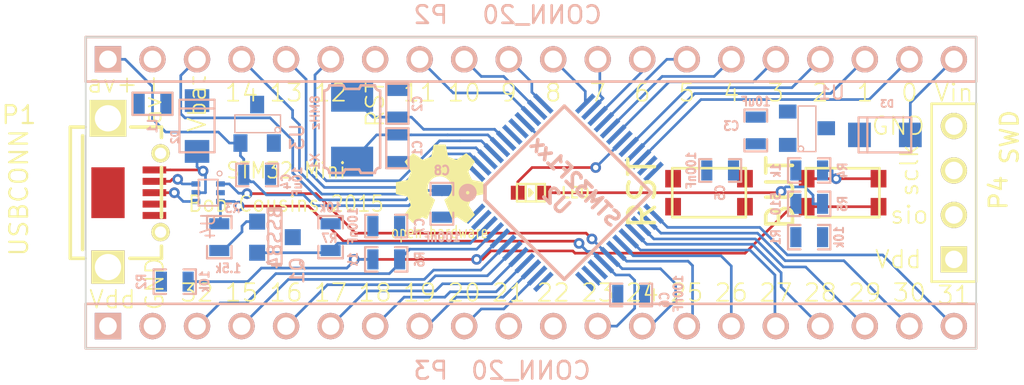
<source format=kicad_pcb>

(kicad_pcb
  (version 3)
  (host pcbnew "(2013-07-07 BZR 4022)-stable")
  (general
    (links 112)
    (no_connects 0)
    (area 11.399524 18.335001 79.4324 50.4574)
    (thickness 1.6002)
    (drawings 52)
    (tracks 580)
    (zones 0)
    (modules 33)
    (nets 53))
  (page A4)
  (title_block
    (title MicropendousX-1343)
    (rev 2.0)
    (company "Opendous Inc.")
    (comment 2 http://creativecommons.org/licenses/by/3.0/)
    (comment 3 "Copyright Under the Creative Commons Attribution License")
    (comment 4 www.MicropendousX.org))
  (layers
    (15 Front signal)
    (0 Back signal)
    (16 B.Adhes user hide)
    (17 F.Adhes user)
    (18 B.Paste user)
    (19 F.Paste user)
    (20 B.SilkS user)
    (21 F.SilkS user)
    (22 B.Mask user)
    (23 F.Mask user)
    (24 Dwgs.User user hide)
    (25 Cmts.User user)
    (26 Eco1.User user)
    (27 Eco2.User user)
    (28 Edge.Cuts user))
  (setup
    (last_trace_width 0.1524)
    (trace_clearance 0.1524)
    (zone_clearance 0.2032)
    (zone_45_only no)
    (trace_min 0.1524)
    (segment_width 0.1)
    (edge_width 0.1)
    (via_size 0.6096)
    (via_drill 0.3048)
    (via_min_size 0.6096)
    (via_min_drill 0.3048)
    (uvia_size 0.508)
    (uvia_drill 0.127)
    (uvias_allowed no)
    (uvia_min_size 0.508)
    (uvia_min_drill 0.127)
    (pcb_text_width 0.1)
    (pcb_text_size 1 1)
    (mod_edge_width 0.1)
    (mod_text_size 1 1)
    (mod_text_width 0.1)
    (pad_size 0.3 0.5)
    (pad_drill 0)
    (pad_to_mask_clearance 0.254)
    (aux_axis_origin 26 48.46)
    (visible_elements 7FFFFFBF)
    (pcbplotparams
      (layerselection 284196865)
      (usegerberextensions true)
      (excludeedgelayer false)
      (linewidth 0.15)
      (plotframeref false)
      (viasonmask false)
      (mode 1)
      (useauxorigin true)
      (hpglpennumber 1)
      (hpglpenspeed 20)
      (hpglpendiameter 15)
      (hpglpenoverlay 0)
      (psnegative false)
      (psa4output false)
      (plotreference true)
      (plotvalue true)
      (plotothertext true)
      (plotinvisibletext false)
      (padsonsilk false)
      (subtractmaskfromsilk false)
      (outputformat 1)
      (mirror false)
      (drillshape 0)
      (scaleselection 1)
      (outputdirectory gerbers/)))
  (net 0 "")
  (net 1 /AV+)
  (net 2 /AV-)
  (net 3 /BOOT0)
  (net 4 /D0)
  (net 5 /D1)
  (net 6 /D10)
  (net 7 /D11)
  (net 8 /D12)
  (net 9 /D13)
  (net 10 /D14)
  (net 11 /D15)
  (net 12 /D16)
  (net 13 /D17)
  (net 14 /D18)
  (net 15 /D19)
  (net 16 /D2)
  (net 17 /D20)
  (net 18 /D21_SWCLK)
  (net 19 /D22_SWIO)
  (net 20 /D23_USBDP)
  (net 21 /D24_USBDM)
  (net 22 /D25)
  (net 23 /D26)
  (net 24 /D27)
  (net 25 /D28)
  (net 26 /D29)
  (net 27 /D3)
  (net 28 /D30)
  (net 29 /D31)
  (net 30 /D32)
  (net 31 /D33)
  (net 32 /D4)
  (net 33 /D5)
  (net 34 /D6)
  (net 35 /D7)
  (net 36 /D8)
  (net 37 /D9)
  (net 38 /DISC)
  (net 39 /VBAT)
  (net 40 /VBUS)
  (net 41 /nRESET)
  (net 42 GND)
  (net 43 N-0000010)
  (net 44 N-0000025)
  (net 45 N-0000031)
  (net 46 N-0000032)
  (net 47 N-0000033)
  (net 48 N-0000036)
  (net 49 N-0000038)
  (net 50 N-000009)
  (net 51 VDD)
  (net 52 VIN)
  (net_class Default "This is the default net class."
    (clearance 0.1524)
    (trace_width 0.1524)
    (via_dia 0.6096)
    (via_drill 0.3048)
    (uvia_dia 0.508)
    (uvia_drill 0.127)
    (add_net "")
    (add_net /AV+)
    (add_net /AV-)
    (add_net /BOOT0)
    (add_net /D0)
    (add_net /D1)
    (add_net /D10)
    (add_net /D11)
    (add_net /D12)
    (add_net /D13)
    (add_net /D14)
    (add_net /D15)
    (add_net /D16)
    (add_net /D17)
    (add_net /D18)
    (add_net /D19)
    (add_net /D2)
    (add_net /D20)
    (add_net /D21_SWCLK)
    (add_net /D22_SWIO)
    (add_net /D23_USBDP)
    (add_net /D24_USBDM)
    (add_net /D25)
    (add_net /D26)
    (add_net /D27)
    (add_net /D28)
    (add_net /D29)
    (add_net /D3)
    (add_net /D30)
    (add_net /D31)
    (add_net /D32)
    (add_net /D33)
    (add_net /D4)
    (add_net /D5)
    (add_net /D6)
    (add_net /D7)
    (add_net /D8)
    (add_net /D9)
    (add_net /DISC)
    (add_net /VBAT)
    (add_net /VBUS)
    (add_net /nRESET)
    (add_net GND)
    (add_net N-0000010)
    (add_net N-0000025)
    (add_net N-0000031)
    (add_net N-0000032)
    (add_net N-0000033)
    (add_net N-0000036)
    (add_net N-0000038)
    (add_net N-000009)
    (add_net VDD)
    (add_net VIN))
  (module SM0603_Capa
    (layer Back)
    (tedit 54A57500)
    (tstamp 54A63463)
    (at 43.78 37.03 270)
    (path /502FD3F0)
    (attr smd)
    (fp_text reference C1
      (at 0 -1.143 270)
      (layer B.SilkS)
      (effects
        (font
          (size 0.508 0.4572)
          (thickness 0.1143))
        (justify mirror)))
    (fp_text value 20pF
      (at 0 0 270)
      (layer B.SilkS) hide
      (effects
        (font
          (size 0.508 0.4572)
          (thickness 0.1143))
        (justify mirror)))
    (fp_line
      (start -1.143 0.635)
      (end 1.143 0.635)
      (layer B.SilkS)
      (width 0.127))
    (fp_line
      (start 1.143 0.635)
      (end 1.143 -0.635)
      (layer B.SilkS)
      (width 0.127))
    (fp_line
      (start 1.143 -0.635)
      (end -1.143 -0.635)
      (layer B.SilkS)
      (width 0.127))
    (fp_line
      (start -1.143 -0.635)
      (end -1.143 0.635)
      (layer B.SilkS)
      (width 0.127))
    (pad 1 smd rect
      (at -0.762 0 270)
      (size 0.635 1.143)
      (layers Back B.Paste B.Mask)
      (net 45 N-0000031))
    (pad 2 smd rect
      (at 0.762 0 270)
      (size 0.635 1.143)
      (layers Back B.Paste B.Mask))
    (model smd\capacitors\C0603.wrl
      (at
        (xyz 0 0 0.001))
      (scale
        (xyz 0.5 0.5 0.5))
      (rotate
        (xyz 0 0 0))))
  (module SM0603_Capa
    (layer Back)
    (tedit 54A574FE)
    (tstamp 54A63420)
    (at 43.78 34.49 90)
    (path /502FD3F5)
    (attr smd)
    (fp_text reference C2
      (at 0 1.143 90)
      (layer B.SilkS)
      (effects
        (font
          (size 0.508 0.4572)
          (thickness 0.1143))
        (justify mirror)))
    (fp_text value 20pF
      (at 0 0 90)
      (layer B.SilkS) hide
      (effects
        (font
          (size 0.508 0.4572)
          (thickness 0.1143))
        (justify mirror)))
    (fp_line
      (start -1.143 0.635)
      (end 1.143 0.635)
      (layer B.SilkS)
      (width 0.127))
    (fp_line
      (start 1.143 0.635)
      (end 1.143 -0.635)
      (layer B.SilkS)
      (width 0.127))
    (fp_line
      (start 1.143 -0.635)
      (end -1.143 -0.635)
      (layer B.SilkS)
      (width 0.127))
    (fp_line
      (start -1.143 -0.635)
      (end -1.143 0.635)
      (layer B.SilkS)
      (width 0.127))
    (pad 1 smd rect
      (at -0.762 0 90)
      (size 0.635 1.143)
      (layers Back B.Paste B.Mask)
      (net 46 N-0000032))
    (pad 2 smd rect
      (at 0.762 0 90)
      (size 0.635 1.143)
      (layers Back B.Paste B.Mask))
    (model smd\capacitors\C0603.wrl
      (at
        (xyz 0 0 0.001))
      (scale
        (xyz 0.5 0.5 0.5))
      (rotate
        (xyz 0 0 0))))
  (module QFP48_0.5mm_7x7mm_SOT313_LPC1343
    (layer Back)
    (tedit 54A55A6C)
    (tstamp 50301951)
    (at 53.305 39.57 315)
    (path /502FD36B)
    (fp_text reference U2
      (at 0 0.635 315)
      (layer B.SilkS)
      (effects
        (font
          (size 0.8128 0.8128)
          (thickness 0.2032))
        (justify mirror)))
    (fp_text value STM32F1xx
      (at 0 -0.898026 315)
      (layer B.SilkS)
      (effects
        (font
          (size 0.8128 0.8128)
          (thickness 0.2032))
        (justify mirror)))
    (fp_circle
      (center -3.8989 3.8989)
      (end -3.50012 4.0005)
      (layer B.SilkS)
      (width 0.2032))
    (fp_circle
      (center -3.8989 3.8989)
      (end -3.79984 3.8989)
      (layer B.SilkS)
      (width 0.2032))
    (fp_circle
      (center -3.8989 3.8989)
      (end -4.09956 4.09956)
      (layer B.SilkS)
      (width 0.2032))
    (fp_line
      (start -2.90068 3.50012)
      (end 3.50012 3.50012)
      (layer B.SilkS)
      (width 0.2032))
    (fp_line
      (start 3.50012 3.50012)
      (end 3.50012 -3.50012)
      (layer B.SilkS)
      (width 0.2032))
    (fp_line
      (start 3.50012 -3.50012)
      (end -3.50012 -3.50012)
      (layer B.SilkS)
      (width 0.2032))
    (fp_line
      (start -3.50012 -3.50012)
      (end -3.50012 2.90068)
      (layer B.SilkS)
      (width 0.2032))
    (fp_line
      (start -2.90068 3.50012)
      (end -3.50012 2.90068)
      (layer B.SilkS)
      (width 0.2032))
    (pad 1 smd rect
      (at -4.445 2.75336 225)
      (size 0.2667 1.397)
      (layers Back B.Paste B.Mask)
      (net 39 /VBAT))
    (pad 13 smd rect
      (at -2.75336 -4.445 315)
      (size 0.2667 1.397)
      (layers Back B.Paste B.Mask)
      (net 36 /D8))
    (pad 25 smd rect
      (at 4.445 -2.75336 45)
      (size 0.2667 1.397)
      (layers Back B.Paste B.Mask)
      (net 29 /D31))
    (pad 37 smd rect
      (at 2.75336 4.445 315)
      (size 0.2667 1.397)
      (layers Back B.Paste B.Mask))
    (pad 2 smd rect
      (at -4.445 2.25298 225)
      (size 0.2667 1.397)
      (layers Back B.Paste B.Mask)
      (net 10 /D14))
    (pad 14 smd rect
      (at -2.25298 -4.445 315)
      (size 0.2667 1.397)
      (layers Back B.Paste B.Mask)
      (net 35 /D7))
    (pad 26 smd rect
      (at 4.445 -2.25298 45)
      (size 0.2667 1.397)
      (layers Back B.Paste B.Mask)
      (net 28 /D30))
    (pad 38 smd rect
      (at 2.25298 4.445 315)
      (size 0.2667 1.397)
      (layers Back B.Paste B.Mask)
      (net 17 /D20))
    (pad 3 smd rect
      (at -4.445 1.7526 225)
      (size 0.2667 1.397)
      (layers Back B.Paste B.Mask)
      (net 9 /D13))
    (pad 15 smd rect
      (at -1.7526 -4.445 315)
      (size 0.2667 1.397)
      (layers Back B.Paste B.Mask)
      (net 34 /D6))
    (pad 27 smd rect
      (at 4.445 -1.7526 45)
      (size 0.2667 1.397)
      (layers Back B.Paste B.Mask)
      (net 26 /D29))
    (pad 39 smd rect
      (at 1.7526 4.445 315)
      (size 0.2667 1.397)
      (layers Back B.Paste B.Mask)
      (net 15 /D19))
    (pad 4 smd rect
      (at -4.445 1.25222 225)
      (size 0.2667 1.397)
      (layers Back B.Paste B.Mask)
      (net 8 /D12))
    (pad 16 smd rect
      (at -1.25222 -4.445 315)
      (size 0.2667 1.397)
      (layers Back B.Paste B.Mask)
      (net 33 /D5))
    (pad 28 smd rect
      (at 4.445 -1.25222 45)
      (size 0.2667 1.397)
      (layers Back B.Paste B.Mask)
      (net 25 /D28))
    (pad 40 smd rect
      (at 1.25222 4.445 315)
      (size 0.2667 1.397)
      (layers Back B.Paste B.Mask)
      (net 14 /D18))
    (pad 5 smd rect
      (at -4.445 0.75184 225)
      (size 0.2667 1.397)
      (layers Back B.Paste B.Mask)
      (net 45 N-0000031))
    (pad 17 smd rect
      (at -0.75184 -4.445 315)
      (size 0.2667 1.397)
      (layers Back B.Paste B.Mask)
      (net 32 /D4))
    (pad 29 smd rect
      (at 4.445 -0.75184 45)
      (size 0.2667 1.397)
      (layers Back B.Paste B.Mask)
      (net 24 /D27))
    (pad 41 smd rect
      (at 0.75184 4.445 315)
      (size 0.2667 1.397)
      (layers Back B.Paste B.Mask)
      (net 13 /D17))
    (pad 6 smd rect
      (at -4.445 0.25146 225)
      (size 0.2667 1.397)
      (layers Back B.Paste B.Mask)
      (net 46 N-0000032))
    (pad 18 smd rect
      (at -0.25146 -4.445 315)
      (size 0.2667 1.397)
      (layers Back B.Paste B.Mask)
      (net 27 /D3))
    (pad 30 smd rect
      (at 4.445 -0.25146 45)
      (size 0.2667 1.397)
      (layers Back B.Paste B.Mask)
      (net 23 /D26))
    (pad 42 smd rect
      (at 0.25146 4.445 315)
      (size 0.2667 1.397)
      (layers Back B.Paste B.Mask)
      (net 12 /D16))
    (pad 7 smd rect
      (at -4.445 -0.24892 225)
      (size 0.2667 1.397)
      (layers Back B.Paste B.Mask))
    (pad 19 smd rect
      (at 0.24892 -4.445 315)
      (size 0.2667 1.397)
      (layers Back B.Paste B.Mask)
      (net 31 /D33))
    (pad 31 smd rect
      (at 4.445 0.24892 45)
      (size 0.2667 1.397)
      (layers Back B.Paste B.Mask)
      (net 22 /D25))
    (pad 43 smd rect
      (at -0.24892 4.445 315)
      (size 0.2667 1.397)
      (layers Back B.Paste B.Mask)
      (net 11 /D15))
    (pad 8 smd rect
      (at -4.445 -0.7493 225)
      (size 0.2667 1.397)
      (layers Back B.Paste B.Mask))
    (pad 20 smd rect
      (at 0.7493 -4.445 315)
      (size 0.2667 1.397)
      (layers Back B.Paste B.Mask)
      (net 16 /D2))
    (pad 32 smd rect
      (at 4.445 0.7493 45)
      (size 0.2667 1.397)
      (layers Back B.Paste B.Mask)
      (net 21 /D24_USBDM))
    (pad 44 smd rect
      (at -0.7493 4.445 315)
      (size 0.2667 1.397)
      (layers Back B.Paste B.Mask)
      (net 3 /BOOT0))
    (pad 9 smd rect
      (at -4.445 -1.24968 225)
      (size 0.2667 1.397)
      (layers Back B.Paste B.Mask)
      (net 1 /AV+))
    (pad 21 smd rect
      (at 1.24968 -4.445 315)
      (size 0.2667 1.397)
      (layers Back B.Paste B.Mask)
      (net 5 /D1))
    (pad 33 smd rect
      (at 4.445 1.24968 45)
      (size 0.2667 1.397)
      (layers Back B.Paste B.Mask)
      (net 20 /D23_USBDP))
    (pad 45 smd rect
      (at -1.24968 4.445 315)
      (size 0.2667 1.397)
      (layers Back B.Paste B.Mask)
      (net 30 /D32))
    (pad 10 smd rect
      (at -4.445 -1.75006 225)
      (size 0.2667 1.397)
      (layers Back B.Paste B.Mask)
      (net 7 /D11))
    (pad 22 smd rect
      (at 1.75006 -4.445 315)
      (size 0.2667 1.397)
      (layers Back B.Paste B.Mask)
      (net 4 /D0))
    (pad 34 smd rect
      (at 4.445 1.75006 45)
      (size 0.2667 1.397)
      (layers Back B.Paste B.Mask))
    (pad 46 smd rect
      (at -1.75006 4.445 315)
      (size 0.2667 1.397)
      (layers Back B.Paste B.Mask)
      (net 38 /DISC))
    (pad 11 smd rect
      (at -4.445 -2.25044 225)
      (size 0.2667 1.397)
      (layers Back B.Paste B.Mask)
      (net 6 /D10))
    (pad 23 smd rect
      (at 2.25044 -4.445 315)
      (size 0.2667 1.397)
      (layers Back B.Paste B.Mask))
    (pad 35 smd rect
      (at 4.445 2.25044 45)
      (size 0.2667 1.397)
      (layers Back B.Paste B.Mask))
    (pad 47 smd rect
      (at -2.25044 4.445 315)
      (size 0.2667 1.397)
      (layers Back B.Paste B.Mask))
    (pad 12 smd rect
      (at -4.445 -2.75082 225)
      (size 0.2667 1.397)
      (layers Back B.Paste B.Mask)
      (net 37 /D9))
    (pad 24 smd rect
      (at 2.75082 -4.445 315)
      (size 0.2667 1.397)
      (layers Back B.Paste B.Mask))
    (pad 36 smd rect
      (at 4.445 2.75082 45)
      (size 0.2667 1.397)
      (layers Back B.Paste B.Mask))
    (pad 48 smd rect
      (at -2.75082 4.445 315)
      (size 0.2667 1.397)
      (layers Back B.Paste B.Mask))
    (model walter/smd_lqfp/lqfp-48.wrl
      (at
        (xyz 0 0 0))
      (scale
        (xyz 1 1 1))
      (rotate
        (xyz 0 0 90))))
  (module SOT23GDS
    (layer Back)
    (tedit 54A6FF89)
    (tstamp 54A633C9)
    (at 36.795 42.11 270)
    (descr "Module CMS SOT23 Transistore EBC")
    (tags "CMS SOT")
    (path /54A549D7)
    (attr smd)
    (fp_text reference Q1
      (at 1.905 -1.27 270)
      (layer B.SilkS)
      (effects
        (font
          (size 0.762 0.762)
          (thickness 0.12954))
        (justify mirror)))
    (fp_text value BSS84
      (at 0 0 270)
      (layer B.SilkS)
      (effects
        (font
          (size 0.762 0.762)
          (thickness 0.12954))
        (justify mirror)))
    (fp_line
      (start -1.524 0.381)
      (end 1.524 0.381)
      (layer B.SilkS)
      (width 0.11938))
    (fp_line
      (start 1.524 0.381)
      (end 1.524 -0.381)
      (layer B.SilkS)
      (width 0.11938))
    (fp_line
      (start 1.524 -0.381)
      (end -1.524 -0.381)
      (layer B.SilkS)
      (width 0.11938))
    (fp_line
      (start -1.524 -0.381)
      (end -1.524 0.381)
      (layer B.SilkS)
      (width 0.11938))
    (pad S smd rect
      (at -0.889 1.016 270)
      (size 0.9144 0.9144)
      (layers Back B.Paste B.Mask)
      (net 44 N-0000025))
    (pad G smd rect
      (at 0.889 1.016 270)
      (size 0.9144 0.9144)
      (layers Back B.Paste B.Mask)
      (net 38 /DISC))
    (pad D smd rect
      (at 0 -1.016 270)
      (size 0.9144 0.9144)
      (layers Back B.Paste B.Mask))
    (model smd/cms_sot23.wrl
      (at
        (xyz 0 0 0))
      (scale
        (xyz 0.13 0.15 0.15))
      (rotate
        (xyz 0 0 0))))
  (module SM0603_Resistor
    (layer Back)
    (tedit 54A5D15B)
    (tstamp 54A55059)
    (at 43.145 43.38 180)
    (path /54A54052)
    (attr smd)
    (fp_text reference R6
      (at -1.905 0 450)
      (layer B.SilkS)
      (effects
        (font
          (size 0.50038 0.4572)
          (thickness 0.1143))
        (justify mirror)))
    (fp_text value 1k
      (at 1.905 0 450)
      (layer B.SilkS)
      (effects
        (font
          (size 0.508 0.4572)
          (thickness 0.1143))
        (justify mirror)))
    (fp_line
      (start -0.50038 0.6985)
      (end -1.2065 0.6985)
      (layer B.SilkS)
      (width 0.127))
    (fp_line
      (start -1.2065 0.6985)
      (end -1.2065 -0.6985)
      (layer B.SilkS)
      (width 0.127))
    (fp_line
      (start -1.2065 -0.6985)
      (end -0.50038 -0.6985)
      (layer B.SilkS)
      (width 0.127))
    (fp_line
      (start 1.2065 0.6985)
      (end 0.50038 0.6985)
      (layer B.SilkS)
      (width 0.127))
    (fp_line
      (start 1.2065 0.6985)
      (end 1.2065 -0.6985)
      (layer B.SilkS)
      (width 0.127))
    (fp_line
      (start 1.2065 -0.6985)
      (end 0.50038 -0.6985)
      (layer B.SilkS)
      (width 0.127))
    (pad 1 smd rect
      (at -0.762 0 180)
      (size 0.635 1.143)
      (layers Back B.Paste B.Mask)
      (net 30 /D32))
    (pad 2 smd rect
      (at 0.762 0 180)
      (size 0.635 1.143)
      (layers Back B.Paste B.Mask)
      (net 3 /BOOT0))
    (model smd\resistors\R0603.wrl
      (at
        (xyz 0 0 0.001))
      (scale
        (xyz 0.5 0.5 0.5))
      (rotate
        (xyz 0 0 0))))
  (module SM0603_Capa
    (layer Back)
    (tedit 54A6FF34)
    (tstamp 50301633)
    (at 64.227 36.014 270)
    (path /502FD443)
    (attr smd)
    (fp_text reference C3
      (at -0.254 1.397 540)
      (layer B.SilkS)
      (effects
        (font
          (size 0.508 0.4572)
          (thickness 0.1143))
        (justify mirror)))
    (fp_text value 10uF
      (at -1.651 0 540)
      (layer B.SilkS)
      (effects
        (font
          (size 0.508 0.4572)
          (thickness 0.1143))
        (justify mirror)))
    (fp_line
      (start 0.50038 -0.65024)
      (end 1.19888 -0.65024)
      (layer B.SilkS)
      (width 0.11938))
    (fp_line
      (start -0.50038 -0.65024)
      (end -1.19888 -0.65024)
      (layer B.SilkS)
      (width 0.11938))
    (fp_line
      (start 0.50038 0.65024)
      (end 1.19888 0.65024)
      (layer B.SilkS)
      (width 0.11938))
    (fp_line
      (start -1.19888 0.65024)
      (end -0.50038 0.65024)
      (layer B.SilkS)
      (width 0.11938))
    (fp_line
      (start 1.19888 0.635)
      (end 1.19888 -0.635)
      (layer B.SilkS)
      (width 0.11938))
    (fp_line
      (start -1.19888 -0.635)
      (end -1.19888 0.635)
      (layer B.SilkS)
      (width 0.11938))
    (pad 1 smd rect
      (at -0.762 0 270)
      (size 0.635 1.143)
      (layers Back B.Paste B.Mask))
    (pad 2 smd rect
      (at 0.762 0 270)
      (size 0.635 1.143)
      (layers Back B.Paste B.Mask))
    (model smd\capacitors\C0603.wrl
      (at
        (xyz 0 0 0.001))
      (scale
        (xyz 0.5 0.5 0.5))
      (rotate
        (xyz 0 0 0))))
  (module SM0603_Capa
    (layer Back)
    (tedit 54A6FF32)
    (tstamp 50301637)
    (at 62.195 38.3)
    (path /50300B0B)
    (attr smd)
    (fp_text reference C5
      (at 0 1.27 270)
      (layer B.SilkS)
      (effects
        (font
          (size 0.508 0.4572)
          (thickness 0.1143))
        (justify mirror)))
    (fp_text value 100nF
      (at -1.651 0 270)
      (layer B.SilkS)
      (effects
        (font
          (size 0.508 0.4572)
          (thickness 0.1143))
        (justify mirror)))
    (fp_line
      (start 0.50038 -0.65024)
      (end 1.19888 -0.65024)
      (layer B.SilkS)
      (width 0.11938))
    (fp_line
      (start -0.50038 -0.65024)
      (end -1.19888 -0.65024)
      (layer B.SilkS)
      (width 0.11938))
    (fp_line
      (start 0.50038 0.65024)
      (end 1.19888 0.65024)
      (layer B.SilkS)
      (width 0.11938))
    (fp_line
      (start -1.19888 0.65024)
      (end -0.50038 0.65024)
      (layer B.SilkS)
      (width 0.11938))
    (fp_line
      (start 1.19888 0.635)
      (end 1.19888 -0.635)
      (layer B.SilkS)
      (width 0.11938))
    (fp_line
      (start -1.19888 -0.635)
      (end -1.19888 0.635)
      (layer B.SilkS)
      (width 0.11938))
    (pad 1 smd rect
      (at -0.762 0)
      (size 0.635 1.143)
      (layers Back B.Paste B.Mask))
    (pad 2 smd rect
      (at 0.762 0)
      (size 0.635 1.143)
      (layers Back B.Paste B.Mask))
    (model smd\capacitors\C0603.wrl
      (at
        (xyz 0 0 0.001))
      (scale
        (xyz 0.5 0.5 0.5))
      (rotate
        (xyz 0 0 0))))
  (module SM0603_Capa
    (layer Back)
    (tedit 54AC54C3)
    (tstamp 50301639)
    (at 57.115 45.412)
    (path /50300FEB)
    (attr smd)
    (fp_text reference C6
      (at 1.905 0.2794 270)
      (layer B.SilkS)
      (effects
        (font
          (size 0.508 0.4572)
          (thickness 0.1143))
        (justify mirror)))
    (fp_text value 100nF
      (at 2.6924 -0.0762 270)
      (layer B.SilkS)
      (effects
        (font
          (size 0.508 0.4572)
          (thickness 0.1143))
        (justify mirror)))
    (fp_line
      (start 0.50038 -0.65024)
      (end 1.19888 -0.65024)
      (layer B.SilkS)
      (width 0.11938))
    (fp_line
      (start -0.50038 -0.65024)
      (end -1.19888 -0.65024)
      (layer B.SilkS)
      (width 0.11938))
    (fp_line
      (start 0.50038 0.65024)
      (end 1.19888 0.65024)
      (layer B.SilkS)
      (width 0.11938))
    (fp_line
      (start -1.19888 0.65024)
      (end -0.50038 0.65024)
      (layer B.SilkS)
      (width 0.11938))
    (fp_line
      (start 1.19888 0.635)
      (end 1.19888 -0.635)
      (layer B.SilkS)
      (width 0.11938))
    (fp_line
      (start -1.19888 -0.635)
      (end -1.19888 0.635)
      (layer B.SilkS)
      (width 0.11938))
    (pad 1 smd rect
      (at -0.762 0)
      (size 0.635 1.143)
      (layers Back B.Paste B.Mask))
    (pad 2 smd rect
      (at 0.762 0)
      (size 0.635 1.143)
      (layers Back B.Paste B.Mask))
    (model smd\capacitors\C0603.wrl
      (at
        (xyz 0 0 0.001))
      (scale
        (xyz 0.5 0.5 0.5))
      (rotate
        (xyz 0 0 0))))
  (module SM0603_Capa
    (layer Back)
    (tedit 54A5D15E)
    (tstamp 54A635A8)
    (at 43.145 41.475 180)
    (path /50300FED)
    (attr smd)
    (fp_text reference C7
      (at -1.905 0 450)
      (layer B.SilkS)
      (effects
        (font
          (size 0.508 0.4572)
          (thickness 0.1143))
        (justify mirror)))
    (fp_text value 100nF
      (at 1.905 0 450)
      (layer B.SilkS)
      (effects
        (font
          (size 0.508 0.4572)
          (thickness 0.1143))
        (justify mirror)))
    (fp_line
      (start 0.50038 -0.65024)
      (end 1.19888 -0.65024)
      (layer B.SilkS)
      (width 0.11938))
    (fp_line
      (start -0.50038 -0.65024)
      (end -1.19888 -0.65024)
      (layer B.SilkS)
      (width 0.11938))
    (fp_line
      (start 0.50038 0.65024)
      (end 1.19888 0.65024)
      (layer B.SilkS)
      (width 0.11938))
    (fp_line
      (start -1.19888 0.65024)
      (end -0.50038 0.65024)
      (layer B.SilkS)
      (width 0.11938))
    (fp_line
      (start 1.19888 0.635)
      (end 1.19888 -0.635)
      (layer B.SilkS)
      (width 0.11938))
    (fp_line
      (start -1.19888 -0.635)
      (end -1.19888 0.635)
      (layer B.SilkS)
      (width 0.11938))
    (pad 1 smd rect
      (at -0.762 0 180)
      (size 0.635 1.143)
      (layers Back B.Paste B.Mask))
    (pad 2 smd rect
      (at 0.762 0 180)
      (size 0.635 1.143)
      (layers Back B.Paste B.Mask))
    (model smd\capacitors\C0603.wrl
      (at
        (xyz 0 0 0.001))
      (scale
        (xyz 0.5 0.5 0.5))
      (rotate
        (xyz 0 0 0))))
  (module SM0603_Capa
    (layer Back)
    (tedit 54A5D171)
    (tstamp 54A63624)
    (at 46.32 40.205 270)
    (path /50301045)
    (attr smd)
    (fp_text reference C8
      (at -1.905 0 540)
      (layer B.SilkS)
      (effects
        (font
          (size 0.508 0.4572)
          (thickness 0.1143))
        (justify mirror)))
    (fp_text value 100nF
      (at 1.905 0 540)
      (layer B.SilkS)
      (effects
        (font
          (size 0.508 0.4572)
          (thickness 0.1143))
        (justify mirror)))
    (fp_line
      (start 0.50038 -0.65024)
      (end 1.19888 -0.65024)
      (layer B.SilkS)
      (width 0.11938))
    (fp_line
      (start -0.50038 -0.65024)
      (end -1.19888 -0.65024)
      (layer B.SilkS)
      (width 0.11938))
    (fp_line
      (start 0.50038 0.65024)
      (end 1.19888 0.65024)
      (layer B.SilkS)
      (width 0.11938))
    (fp_line
      (start -1.19888 0.65024)
      (end -0.50038 0.65024)
      (layer B.SilkS)
      (width 0.11938))
    (fp_line
      (start 1.19888 0.635)
      (end 1.19888 -0.635)
      (layer B.SilkS)
      (width 0.11938))
    (fp_line
      (start -1.19888 -0.635)
      (end -1.19888 0.635)
      (layer B.SilkS)
      (width 0.11938))
    (pad 1 smd rect
      (at -0.762 0 270)
      (size 0.635 1.143)
      (layers Back B.Paste B.Mask)
      (net 1 /AV+))
    (pad 2 smd rect
      (at 0.762 0 270)
      (size 0.635 1.143)
      (layers Back B.Paste B.Mask))
    (model smd\capacitors\C0603.wrl
      (at
        (xyz 0 0 0.001))
      (scale
        (xyz 0.5 0.5 0.5))
      (rotate
        (xyz 0 0 0))))
  (module SM0603_Resistor
    (layer Back)
    (tedit 54A5D148)
    (tstamp 50301641)
    (at 67.275 38.3)
    (path /54A54033)
    (attr smd)
    (fp_text reference R4
      (at 1.905 0 270)
      (layer B.SilkS)
      (effects
        (font
          (size 0.50038 0.4572)
          (thickness 0.1143))
        (justify mirror)))
    (fp_text value 1k
      (at -1.905 0 270)
      (layer B.SilkS)
      (effects
        (font
          (size 0.508 0.4572)
          (thickness 0.1143))
        (justify mirror)))
    (fp_line
      (start -0.50038 0.6985)
      (end -1.2065 0.6985)
      (layer B.SilkS)
      (width 0.127))
    (fp_line
      (start -1.2065 0.6985)
      (end -1.2065 -0.6985)
      (layer B.SilkS)
      (width 0.127))
    (fp_line
      (start -1.2065 -0.6985)
      (end -0.50038 -0.6985)
      (layer B.SilkS)
      (width 0.127))
    (fp_line
      (start 1.2065 0.6985)
      (end 0.50038 0.6985)
      (layer B.SilkS)
      (width 0.127))
    (fp_line
      (start 1.2065 0.6985)
      (end 1.2065 -0.6985)
      (layer B.SilkS)
      (width 0.127))
    (fp_line
      (start 1.2065 -0.6985)
      (end 0.50038 -0.6985)
      (layer B.SilkS)
      (width 0.127))
    (pad 1 smd rect
      (at -0.762 0)
      (size 0.635 1.143)
      (layers Back B.Paste B.Mask))
    (pad 2 smd rect
      (at 0.762 0)
      (size 0.635 1.143)
      (layers Back B.Paste B.Mask)
      (net 50 N-000009))
    (model smd\resistors\R0603.wrl
      (at
        (xyz 0 0 0.001))
      (scale
        (xyz 0.5 0.5 0.5))
      (rotate
        (xyz 0 0 0))))
  (module SM0603_Resistor
    (layer Back)
    (tedit 54AC3FA7)
    (tstamp 50301643)
    (at 33.62 42.11 90)
    (path /54A5573B)
    (attr smd)
    (fp_text reference R3
      (at 1.651 0.762 360)
      (layer B.SilkS)
      (effects
        (font
          (size 0.50038 0.4572)
          (thickness 0.1143))
        (justify mirror)))
    (fp_text value 1.5k
      (at -1.778 0.508 360)
      (layer B.SilkS)
      (effects
        (font
          (size 0.508 0.4572)
          (thickness 0.1143))
        (justify mirror)))
    (fp_line
      (start -0.50038 0.6985)
      (end -1.2065 0.6985)
      (layer B.SilkS)
      (width 0.127))
    (fp_line
      (start -1.2065 0.6985)
      (end -1.2065 -0.6985)
      (layer B.SilkS)
      (width 0.127))
    (fp_line
      (start -1.2065 -0.6985)
      (end -0.50038 -0.6985)
      (layer B.SilkS)
      (width 0.127))
    (fp_line
      (start 1.2065 0.6985)
      (end 0.50038 0.6985)
      (layer B.SilkS)
      (width 0.127))
    (fp_line
      (start 1.2065 0.6985)
      (end 1.2065 -0.6985)
      (layer B.SilkS)
      (width 0.127))
    (fp_line
      (start 1.2065 -0.6985)
      (end 0.50038 -0.6985)
      (layer B.SilkS)
      (width 0.127))
    (pad 1 smd rect
      (at -0.762 0 90)
      (size 0.635 1.143)
      (layers Back B.Paste B.Mask)
      (net 44 N-0000025))
    (pad 2 smd rect
      (at 0.762 0 90)
      (size 0.635 1.143)
      (layers Back B.Paste B.Mask)
      (net 20 /D23_USBDP))
    (model smd\resistors\R0603.wrl
      (at
        (xyz 0 0 0.001))
      (scale
        (xyz 0.5 0.5 0.5))
      (rotate
        (xyz 0 0 0))))
  (module SM0603_Resistor
    (layer Back)
    (tedit 54A5D18D)
    (tstamp 50301645)
    (at 31.08 44.65 180)
    (path /50300549)
    (attr smd)
    (fp_text reference R2
      (at 1.905 0 450)
      (layer B.SilkS)
      (effects
        (font
          (size 0.50038 0.4572)
          (thickness 0.1143))
        (justify mirror)))
    (fp_text value 10k
      (at -1.69926 0 450)
      (layer B.SilkS)
      (effects
        (font
          (size 0.508 0.4572)
          (thickness 0.1143))
        (justify mirror)))
    (fp_line
      (start -0.50038 0.6985)
      (end -1.2065 0.6985)
      (layer B.SilkS)
      (width 0.127))
    (fp_line
      (start -1.2065 0.6985)
      (end -1.2065 -0.6985)
      (layer B.SilkS)
      (width 0.127))
    (fp_line
      (start -1.2065 -0.6985)
      (end -0.50038 -0.6985)
      (layer B.SilkS)
      (width 0.127))
    (fp_line
      (start 1.2065 0.6985)
      (end 0.50038 0.6985)
      (layer B.SilkS)
      (width 0.127))
    (fp_line
      (start 1.2065 0.6985)
      (end 1.2065 -0.6985)
      (layer B.SilkS)
      (width 0.127))
    (fp_line
      (start 1.2065 -0.6985)
      (end 0.50038 -0.6985)
      (layer B.SilkS)
      (width 0.127))
    (pad 1 smd rect
      (at -0.762 0 180)
      (size 0.635 1.143)
      (layers Back B.Paste B.Mask)
      (net 3 /BOOT0))
    (pad 2 smd rect
      (at 0.762 0 180)
      (size 0.635 1.143)
      (layers Back B.Paste B.Mask))
    (model smd\resistors\R0603.wrl
      (at
        (xyz 0 0 0.001))
      (scale
        (xyz 0.5 0.5 0.5))
      (rotate
        (xyz 0 0 0))))
  (module SM0603_Resistor
    (layer Back)
    (tedit 54A5D13E)
    (tstamp 50301647)
    (at 67.275 42.11 180)
    (path /502FD8CC)
    (attr smd)
    (fp_text reference R1
      (at 1.905 0 450)
      (layer B.SilkS)
      (effects
        (font
          (size 0.50038 0.4572)
          (thickness 0.1143))
        (justify mirror)))
    (fp_text value 10k
      (at -1.69926 0 450)
      (layer B.SilkS)
      (effects
        (font
          (size 0.508 0.4572)
          (thickness 0.1143))
        (justify mirror)))
    (fp_line
      (start -0.50038 0.6985)
      (end -1.2065 0.6985)
      (layer B.SilkS)
      (width 0.127))
    (fp_line
      (start -1.2065 0.6985)
      (end -1.2065 -0.6985)
      (layer B.SilkS)
      (width 0.127))
    (fp_line
      (start -1.2065 -0.6985)
      (end -0.50038 -0.6985)
      (layer B.SilkS)
      (width 0.127))
    (fp_line
      (start 1.2065 0.6985)
      (end 0.50038 0.6985)
      (layer B.SilkS)
      (width 0.127))
    (fp_line
      (start 1.2065 0.6985)
      (end 1.2065 -0.6985)
      (layer B.SilkS)
      (width 0.127))
    (fp_line
      (start 1.2065 -0.6985)
      (end 0.50038 -0.6985)
      (layer B.SilkS)
      (width 0.127))
    (pad 1 smd rect
      (at -0.762 0 180)
      (size 0.635 1.143)
      (layers Back B.Paste B.Mask))
    (pad 2 smd rect
      (at 0.762 0 180)
      (size 0.635 1.143)
      (layers Back B.Paste B.Mask))
    (model smd\resistors\R0603.wrl
      (at
        (xyz 0 0 0.001))
      (scale
        (xyz 0.5 0.5 0.5))
      (rotate
        (xyz 0 0 0))))
  (module SM0603_Resistor
    (layer Back)
    (tedit 54A5D145)
    (tstamp 5030B558)
    (at 67.275 40.205 180)
    (path /503027FC)
    (attr smd)
    (fp_text reference R5
      (at -1.905 0 450)
      (layer B.SilkS)
      (effects
        (font
          (size 0.50038 0.4572)
          (thickness 0.1143))
        (justify mirror)))
    (fp_text value 510
      (at 1.905 0 450)
      (layer B.SilkS)
      (effects
        (font
          (size 0.508 0.4572)
          (thickness 0.1143))
        (justify mirror)))
    (fp_line
      (start -0.50038 0.6985)
      (end -1.2065 0.6985)
      (layer B.SilkS)
      (width 0.127))
    (fp_line
      (start -1.2065 0.6985)
      (end -1.2065 -0.6985)
      (layer B.SilkS)
      (width 0.127))
    (fp_line
      (start -1.2065 -0.6985)
      (end -0.50038 -0.6985)
      (layer B.SilkS)
      (width 0.127))
    (fp_line
      (start 1.2065 0.6985)
      (end 0.50038 0.6985)
      (layer B.SilkS)
      (width 0.127))
    (fp_line
      (start 1.2065 0.6985)
      (end 1.2065 -0.6985)
      (layer B.SilkS)
      (width 0.127))
    (fp_line
      (start 1.2065 -0.6985)
      (end 0.50038 -0.6985)
      (layer B.SilkS)
      (width 0.127))
    (pad 1 smd rect
      (at -0.762 0 180)
      (size 0.635 1.143)
      (layers Back B.Paste B.Mask)
      (net 43 N-0000010))
    (pad 2 smd rect
      (at 0.762 0 180)
      (size 0.635 1.143)
      (layers Back B.Paste B.Mask))
    (model smd\resistors\R0603.wrl
      (at
        (xyz 0 0 0.001))
      (scale
        (xyz 0.5 0.5 0.5))
      (rotate
        (xyz 0 0 0))))
  (module SW_C&K_KMR4
    (layer Front)
    (tedit 54A69A86)
    (tstamp 5030162F)
    (at 69.18 39.57 180)
    (tags Switch)
    (path /5030132C)
    (fp_text reference SW2
      (at 0 -3.50012 180)
      (layer F.SilkS) hide
      (effects
        (font
          (size 1.524 1.524)
          (thickness 0.2032))))
    (fp_text value BUT
      (at 3.556 0 270)
      (layer F.SilkS)
      (effects
        (font
          (size 1.524 1.524)
          (thickness 0.2032))))
    (fp_line
      (start -2.1 -1.4)
      (end -2.1 1.4)
      (layer F.SilkS)
      (width 0.15))
    (fp_line
      (start -2.1 1.4)
      (end 2.1 1.4)
      (layer F.SilkS)
      (width 0.15))
    (fp_line
      (start 2.1 1.4)
      (end 2.1 -1.4)
      (layer F.SilkS)
      (width 0.15))
    (fp_line
      (start -2.1 -1.4)
      (end 2.1 -1.4)
      (layer F.SilkS)
      (width 0.15))
    (pad 1 smd rect
      (at 2.05 -0.8 180)
      (size 0.9 1)
      (layers Front F.Paste F.Mask)
      (net 3 /BOOT0))
    (pad 2 smd rect
      (at 2.05 0.8 180)
      (size 0.9 1)
      (layers Front F.Paste F.Mask)
      (net 50 N-000009))
    (pad 1 smd rect
      (at -2.05 -0.8 180)
      (size 0.9 1)
      (layers Front F.Paste F.Mask)
      (net 3 /BOOT0))
    (pad 2 smd rect
      (at -2.05 0.8 180)
      (size 0.9 1)
      (layers Front F.Paste F.Mask)
      (net 50 N-000009))
    (model walter/switch/smd_push2.wrl
      (at
        (xyz 0 0 0))
      (scale
        (xyz 0.7 0.5 1))
      (rotate
        (xyz 0 0 0))))
  (module SW_C&K_KMR4
    (layer Front)
    (tedit 54A69A82)
    (tstamp 50301631)
    (at 61.56 39.57)
    (tags Switch)
    (path /502FD8B7)
    (fp_text reference SW1
      (at 0 -3.50012)
      (layer F.SilkS) hide
      (effects
        (font
          (size 1.524 1.524)
          (thickness 0.2032))))
    (fp_text value RST
      (at -3.81 0 90)
      (layer F.SilkS)
      (effects
        (font
          (size 1.524 1.524)
          (thickness 0.2032))))
    (fp_line
      (start -2.1 -1.4)
      (end -2.1 1.4)
      (layer F.SilkS)
      (width 0.15))
    (fp_line
      (start -2.1 1.4)
      (end 2.1 1.4)
      (layer F.SilkS)
      (width 0.15))
    (fp_line
      (start 2.1 1.4)
      (end 2.1 -1.4)
      (layer F.SilkS)
      (width 0.15))
    (fp_line
      (start -2.1 -1.4)
      (end 2.1 -1.4)
      (layer F.SilkS)
      (width 0.15))
    (pad 1 smd rect
      (at 2.05 -0.8)
      (size 0.9 1)
      (layers Front F.Paste F.Mask))
    (pad 2 smd rect
      (at 2.05 0.8)
      (size 0.9 1)
      (layers Front F.Paste F.Mask))
    (pad 1 smd rect
      (at -2.05 -0.8)
      (size 0.9 1)
      (layers Front F.Paste F.Mask))
    (pad 2 smd rect
      (at -2.05 0.8)
      (size 0.9 1)
      (layers Front F.Paste F.Mask))
    (model walter/switch/smd_push2.wrl
      (at
        (xyz 0 0 0))
      (scale
        (xyz 0.7 0.5 1))
      (rotate
        (xyz 0 0 0))))
  (module pin_header_2.54mm_1x4
    (layer Front)
    (tedit 54A6F801)
    (tstamp 50301668)
    (at 75.53 39.57 90)
    (path /54A55E5E)
    (fp_text reference P4
      (at 0 2.54 90)
      (layer F.SilkS)
      (effects
        (font
          (size 1 1)
          (thickness 0.15))))
    (fp_text value SWD
      (at 3.175 3.175 90)
      (layer F.SilkS)
      (effects
        (font
          (size 1 1)
          (thickness 0.15))))
    (fp_line
      (start 5.08 -1.27)
      (end -5.08 -1.27)
      (layer F.SilkS)
      (width 0.15))
    (fp_line
      (start -5.08 -1.27)
      (end -5.08 1.27)
      (layer F.SilkS)
      (width 0.15))
    (fp_line
      (start -5.08 1.27)
      (end 5.08 1.27)
      (layer F.SilkS)
      (width 0.15))
    (fp_line
      (start 5.08 1.27)
      (end 5.08 -1.27)
      (layer F.SilkS)
      (width 0.15))
    (pad 1 thru_hole rect
      (at -3.81 0 90)
      (size 1.5 1.5)
      (drill 1)
      (layers *.Cu *.Mask F.SilkS))
    (pad 2 thru_hole circle
      (at -1.27 0 90)
      (size 1.5 1.5)
      (drill 1)
      (layers *.Cu *.Mask F.SilkS))
    (pad 3 thru_hole circle
      (at 1.27 0 90)
      (size 1.5 1.5)
      (drill 1)
      (layers *.Cu *.Mask F.SilkS))
    (pad 4 thru_hole circle
      (at 3.81 0 90)
      (size 1.5 1.5)
      (drill 1)
      (layers *.Cu *.Mask F.SilkS))
    (model ../KiCAD_Libraries/packages3d/rmc/connectors/pin_header_2.54mm_1x4.wrl
      (at
        (xyz 0 0 0))
      (scale
        (xyz 1 1 1))
      (rotate
        (xyz 0 0 0))))
  (module pin_header_2.54mm_1x20
    (layer Back)
    (tedit 54A558CE)
    (tstamp 5030166A)
    (at 51.4 47.19)
    (path /54A538E4)
    (fp_text reference P3
      (at -5.715 2.54)
      (layer B.SilkS)
      (effects
        (font
          (size 1 1)
          (thickness 0.15))
        (justify mirror)))
    (fp_text value CONN_20
      (at 0 2.54)
      (layer B.SilkS)
      (effects
        (font
          (size 1 1)
          (thickness 0.15))
        (justify mirror)))
    (fp_line
      (start 25.4 1.27)
      (end -25.4 1.27)
      (layer B.SilkS)
      (width 0.15))
    (fp_line
      (start -25.4 1.27)
      (end -25.4 -1.27)
      (layer B.SilkS)
      (width 0.15))
    (fp_line
      (start -25.4 -1.27)
      (end 25.4 -1.27)
      (layer B.SilkS)
      (width 0.15))
    (fp_line
      (start 25.4 -1.27)
      (end 25.4 1.27)
      (layer B.SilkS)
      (width 0.15))
    (pad 1 thru_hole rect
      (at -24.13 0)
      (size 1.5 1.5)
      (drill 1)
      (layers *.Cu *.Mask B.SilkS))
    (pad 2 thru_hole circle
      (at -21.59 0)
      (size 1.5 1.5)
      (drill 1)
      (layers *.Cu *.Mask B.SilkS))
    (pad 3 thru_hole circle
      (at -19.05 0)
      (size 1.5 1.5)
      (drill 1)
      (layers *.Cu *.Mask B.SilkS)
      (net 30 /D32))
    (pad 4 thru_hole circle
      (at -16.51 0)
      (size 1.5 1.5)
      (drill 1)
      (layers *.Cu *.Mask B.SilkS)
      (net 11 /D15))
    (pad 5 thru_hole circle
      (at -13.97 0)
      (size 1.5 1.5)
      (drill 1)
      (layers *.Cu *.Mask B.SilkS)
      (net 12 /D16))
    (pad 6 thru_hole circle
      (at -11.43 0)
      (size 1.5 1.5)
      (drill 1)
      (layers *.Cu *.Mask B.SilkS)
      (net 13 /D17))
    (pad 7 thru_hole circle
      (at -8.889999 0)
      (size 1.5 1.5)
      (drill 1)
      (layers *.Cu *.Mask B.SilkS)
      (net 14 /D18))
    (pad 8 thru_hole circle
      (at -6.35 0)
      (size 1.5 1.5)
      (drill 1)
      (layers *.Cu *.Mask B.SilkS)
      (net 15 /D19))
    (pad 9 thru_hole circle
      (at -3.81 0)
      (size 1.5 1.5)
      (drill 1)
      (layers *.Cu *.Mask B.SilkS)
      (net 17 /D20))
    (pad 10 thru_hole circle
      (at -1.27 0)
      (size 1.5 1.5)
      (drill 1)
      (layers *.Cu *.Mask B.SilkS))
    (pad 11 thru_hole circle
      (at 1.27 0)
      (size 1.5 1.5)
      (drill 1)
      (layers *.Cu *.Mask B.SilkS))
    (pad 12 thru_hole circle
      (at 3.81 0)
      (size 1.5 1.5)
      (drill 1)
      (layers *.Cu *.Mask B.SilkS)
      (net 20 /D23_USBDP))
    (pad 13 thru_hole circle
      (at 6.35 0)
      (size 1.5 1.5)
      (drill 1)
      (layers *.Cu *.Mask B.SilkS)
      (net 21 /D24_USBDM))
    (pad 14 thru_hole circle
      (at 8.889999 0)
      (size 1.5 1.5)
      (drill 1)
      (layers *.Cu *.Mask B.SilkS)
      (net 22 /D25))
    (pad 15 thru_hole circle
      (at 11.43 0)
      (size 1.5 1.5)
      (drill 1)
      (layers *.Cu *.Mask B.SilkS)
      (net 23 /D26))
    (pad 16 thru_hole circle
      (at 13.97 0)
      (size 1.5 1.5)
      (drill 1)
      (layers *.Cu *.Mask B.SilkS)
      (net 24 /D27))
    (pad 17 thru_hole circle
      (at 16.51 0)
      (size 1.5 1.5)
      (drill 1)
      (layers *.Cu *.Mask B.SilkS)
      (net 25 /D28))
    (pad 18 thru_hole circle
      (at 19.05 0)
      (size 1.5 1.5)
      (drill 1)
      (layers *.Cu *.Mask B.SilkS)
      (net 26 /D29))
    (pad 19 thru_hole circle
      (at 21.59 0)
      (size 1.5 1.5)
      (drill 1)
      (layers *.Cu *.Mask B.SilkS)
      (net 28 /D30))
    (pad 20 thru_hole circle
      (at 24.13 0)
      (size 1.5 1.5)
      (drill 1)
      (layers *.Cu *.Mask B.SilkS)
      (net 29 /D31))
    (model ../KiCAD_Libraries/packages3d/rmc/connectors/pin_header_2.54mm_1x20.wrl
      (at
        (xyz 0 0 0))
      (scale
        (xyz 1 1 1))
      (rotate
        (xyz 0 0 0))))
  (module pin_header_2.54mm_1x20
    (layer Back)
    (tedit 54A6FFB4)
    (tstamp 5030166C)
    (at 51.4 31.95)
    (path /54A53905)
    (fp_text reference P2
      (at -5.715 -2.54)
      (layer B.SilkS)
      (effects
        (font
          (size 1 1)
          (thickness 0.15))
        (justify mirror)))
    (fp_text value CONN_20
      (at 0.635 -2.54)
      (layer B.SilkS)
      (effects
        (font
          (size 1 1)
          (thickness 0.15))
        (justify mirror)))
    (fp_line
      (start 25.4 1.27)
      (end -25.4 1.27)
      (layer B.SilkS)
      (width 0.15))
    (fp_line
      (start -25.4 1.27)
      (end -25.4 -1.27)
      (layer B.SilkS)
      (width 0.15))
    (fp_line
      (start -25.4 -1.27)
      (end 25.4 -1.27)
      (layer B.SilkS)
      (width 0.15))
    (fp_line
      (start 25.4 -1.27)
      (end 25.4 1.27)
      (layer B.SilkS)
      (width 0.15))
    (pad 1 thru_hole rect
      (at -24.13 0)
      (size 1.5 1.5)
      (drill 1)
      (layers *.Cu *.Mask B.SilkS)
      (net 1 /AV+))
    (pad 2 thru_hole circle
      (at -21.59 0)
      (size 1.5 1.5)
      (drill 1)
      (layers *.Cu *.Mask B.SilkS))
    (pad 3 thru_hole circle
      (at -19.05 0)
      (size 1.5 1.5)
      (drill 1)
      (layers *.Cu *.Mask B.SilkS)
      (net 39 /VBAT))
    (pad 4 thru_hole circle
      (at -16.51 0)
      (size 1.5 1.5)
      (drill 1)
      (layers *.Cu *.Mask B.SilkS)
      (net 10 /D14))
    (pad 5 thru_hole circle
      (at -13.97 0)
      (size 1.5 1.5)
      (drill 1)
      (layers *.Cu *.Mask B.SilkS)
      (net 9 /D13))
    (pad 6 thru_hole circle
      (at -11.43 0)
      (size 1.5 1.5)
      (drill 1)
      (layers *.Cu *.Mask B.SilkS)
      (net 8 /D12))
    (pad 7 thru_hole circle
      (at -8.889999 0)
      (size 1.5 1.5)
      (drill 1)
      (layers *.Cu *.Mask B.SilkS))
    (pad 8 thru_hole circle
      (at -6.35 0)
      (size 1.5 1.5)
      (drill 1)
      (layers *.Cu *.Mask B.SilkS)
      (net 7 /D11))
    (pad 9 thru_hole circle
      (at -3.81 0)
      (size 1.5 1.5)
      (drill 1)
      (layers *.Cu *.Mask B.SilkS)
      (net 6 /D10))
    (pad 10 thru_hole circle
      (at -1.27 0)
      (size 1.5 1.5)
      (drill 1)
      (layers *.Cu *.Mask B.SilkS)
      (net 37 /D9))
    (pad 11 thru_hole circle
      (at 1.27 0)
      (size 1.5 1.5)
      (drill 1)
      (layers *.Cu *.Mask B.SilkS)
      (net 36 /D8))
    (pad 12 thru_hole circle
      (at 3.81 0)
      (size 1.5 1.5)
      (drill 1)
      (layers *.Cu *.Mask B.SilkS)
      (net 35 /D7))
    (pad 13 thru_hole circle
      (at 6.35 0)
      (size 1.5 1.5)
      (drill 1)
      (layers *.Cu *.Mask B.SilkS)
      (net 34 /D6))
    (pad 14 thru_hole circle
      (at 8.889999 0)
      (size 1.5 1.5)
      (drill 1)
      (layers *.Cu *.Mask B.SilkS)
      (net 33 /D5))
    (pad 15 thru_hole circle
      (at 11.43 0)
      (size 1.5 1.5)
      (drill 1)
      (layers *.Cu *.Mask B.SilkS)
      (net 32 /D4))
    (pad 16 thru_hole circle
      (at 13.97 0)
      (size 1.5 1.5)
      (drill 1)
      (layers *.Cu *.Mask B.SilkS)
      (net 27 /D3))
    (pad 17 thru_hole circle
      (at 16.51 0)
      (size 1.5 1.5)
      (drill 1)
      (layers *.Cu *.Mask B.SilkS)
      (net 16 /D2))
    (pad 18 thru_hole circle
      (at 19.05 0)
      (size 1.5 1.5)
      (drill 1)
      (layers *.Cu *.Mask B.SilkS)
      (net 5 /D1))
    (pad 19 thru_hole circle
      (at 21.59 0)
      (size 1.5 1.5)
      (drill 1)
      (layers *.Cu *.Mask B.SilkS)
      (net 4 /D0))
    (pad 20 thru_hole circle
      (at 24.13 0)
      (size 1.5 1.5)
      (drill 1)
      (layers *.Cu *.Mask B.SilkS)
      (net 52 VIN))
    (model ../KiCAD_Libraries/packages3d/rmc/connectors/pin_header_2.54mm_1x20.wrl
      (at
        (xyz 0 0 0))
      (scale
        (xyz 1 1 1))
      (rotate
        (xyz 0 0 0))))
  (module USB_MICRO_RMC
    (layer Front)
    (tedit 54A55225)
    (tstamp 5030166E)
    (at 27.27 39.57)
    (path /54A5468A)
    (fp_text reference P1
      (at -5.08 -4.445)
      (layer F.SilkS)
      (effects
        (font
          (size 1.016 1.016)
          (thickness 0.127))))
    (fp_text value USBCONN
      (at -5.08 0 90)
      (layer F.SilkS)
      (effects
        (font
          (size 1.016 1.016)
          (thickness 0.127))))
    (fp_line
      (start -1.45034 -3.2512)
      (end -1.45034 3.2512)
      (layer F.SilkS)
      (width 0.2032))
    (fp_line
      (start 1.24968 3.74904)
      (end 3.05054 3.74904)
      (layer F.SilkS)
      (width 0.2032))
    (fp_line
      (start 3.05054 3.74904)
      (end 3.05054 3.05054)
      (layer F.SilkS)
      (width 0.2032))
    (fp_line
      (start 3.05054 -1.45034)
      (end 3.05054 1.39954)
      (layer F.SilkS)
      (width 0.2032))
    (fp_line
      (start 1.30048 -3.74904)
      (end 3.05054 -3.74904)
      (layer F.SilkS)
      (width 0.2032))
    (fp_line
      (start 3.05054 -3.74904)
      (end 3.05054 -3.1496)
      (layer F.SilkS)
      (width 0.2032))
    (fp_line
      (start -2.14884 3.74904)
      (end -1.30048 3.74904)
      (layer F.SilkS)
      (width 0.2032))
    (fp_line
      (start -2.14884 3.74904)
      (end -2.14884 -3.74904)
      (layer F.SilkS)
      (width 0.2032))
    (fp_line
      (start -2.14884 -3.74904)
      (end -1.30048 -3.74904)
      (layer F.SilkS)
      (width 0.2032))
    (pad 5 smd rect
      (at 0 0)
      (size 1.89992 2.90068)
      (layers Front F.Paste F.Mask))
    (pad 5 thru_hole rect
      (at 0 -4.24942)
      (size 2.10058 2.10058)
      (drill 1.50114)
      (layers *.Cu *.Mask F.SilkS))
    (pad 5 thru_hole rect
      (at 0 4.24942)
      (size 1.89992 1.89992)
      (drill 1.50114)
      (layers *.Cu *.Mask F.SilkS))
    (pad 5 thru_hole circle
      (at 2.99974 2.25044)
      (size 1.04902 1.04902)
      (drill 0.65024)
      (layers *.Cu *.Mask F.SilkS))
    (pad 5 thru_hole circle
      (at 2.99974 -2.25044)
      (size 1.04902 1.04902)
      (drill 0.65024)
      (layers *.Cu *.Mask F.SilkS))
    (pad 3 smd rect
      (at 2.64922 0)
      (size 1.34874 0.39878)
      (layers Front F.Paste F.Mask)
      (net 47 N-0000033))
    (pad 6 smd rect
      (at 2.64922 0.65024)
      (size 1.34874 0.39878)
      (layers Front F.Paste F.Mask))
    (pad 4 smd rect
      (at 2.64922 1.30048)
      (size 1.34874 0.39878)
      (layers Front F.Paste F.Mask))
    (pad 2 smd rect
      (at 2.64922 -0.65024)
      (size 1.34874 0.39878)
      (layers Front F.Paste F.Mask)
      (net 49 N-0000038))
    (pad 1 smd rect
      (at 2.64922 -1.30048)
      (size 1.34874 0.39878)
      (layers Front F.Paste F.Mask)
      (net 40 /VBUS))
    (model ..\KiCAD_Libraries\packages3d\rmc\misc\USB3075-30-Ak.wrl
      (at
        (xyz 0.165 -0.155 0))
      (scale
        (xyz 1 1 1))
      (rotate
        (xyz 0 180 0))))
  (module do219ab
    (layer Back)
    (tedit 54A6FF27)
    (tstamp 54A56BCA)
    (at 71.593 36.268 180)
    (descr DO219AB)
    (path /54A545D0)
    (fp_text reference D3
      (at -0.127 1.778 180)
      (layer B.SilkS)
      (effects
        (font
          (size 0.39878 0.39878)
          (thickness 0.09906))
        (justify mirror)))
    (fp_text value DIOD
      (at 0 -1.50114 180)
      (layer B.SilkS) hide
      (effects
        (font
          (size 0.39878 0.39878)
          (thickness 0.09906))
        (justify mirror)))
    (fp_line
      (start 1.00076 1.00076)
      (end 1.00076 -1.00076)
      (layer B.SilkS)
      (width 0.127))
    (fp_line
      (start 1.50114 1.00076)
      (end -1.50114 1.00076)
      (layer B.SilkS)
      (width 0.127))
    (fp_line
      (start -1.50114 1.00076)
      (end -1.50114 -1.00076)
      (layer B.SilkS)
      (width 0.127))
    (fp_line
      (start -1.50114 -1.00076)
      (end 1.50114 -1.00076)
      (layer B.SilkS)
      (width 0.127))
    (fp_line
      (start 1.50114 -1.00076)
      (end 1.50114 1.00076)
      (layer B.SilkS)
      (width 0.127))
    (pad 2 smd rect
      (at 1.45034 0 180)
      (size 1.30048 1.39954)
      (layers Back B.Paste B.Mask))
    (pad 1 smd rect
      (at -1.45034 0 180)
      (size 1.30048 1.39954)
      (layers Back B.Paste B.Mask)
      (net 52 VIN))
    (model walter\smd_diode\do219ab.wrl
      (at
        (xyz 0 0 0))
      (scale
        (xyz 1 1 1))
      (rotate
        (xyz 0 0 0))))
  (module do219ab
    (layer Back)
    (tedit 54A6FF7F)
    (tstamp 54A56BD5)
    (at 32.35 35.76 90)
    (descr DO219AB)
    (path /54A54B32)
    (fp_text reference D2
      (at -0.635 -1.27 90)
      (layer B.SilkS)
      (effects
        (font
          (size 0.39878 0.39878)
          (thickness 0.09906))
        (justify mirror)))
    (fp_text value DIOD
      (at 0 -1.50114 90)
      (layer B.SilkS) hide
      (effects
        (font
          (size 0.39878 0.39878)
          (thickness 0.09906))
        (justify mirror)))
    (fp_line
      (start 1.00076 1.00076)
      (end 1.00076 -1.00076)
      (layer B.SilkS)
      (width 0.127))
    (fp_line
      (start 1.50114 1.00076)
      (end -1.50114 1.00076)
      (layer B.SilkS)
      (width 0.127))
    (fp_line
      (start -1.50114 1.00076)
      (end -1.50114 -1.00076)
      (layer B.SilkS)
      (width 0.127))
    (fp_line
      (start -1.50114 -1.00076)
      (end 1.50114 -1.00076)
      (layer B.SilkS)
      (width 0.127))
    (fp_line
      (start 1.50114 -1.00076)
      (end 1.50114 1.00076)
      (layer B.SilkS)
      (width 0.127))
    (pad 2 smd rect
      (at 1.45034 0 90)
      (size 1.30048 1.39954)
      (layers Back B.Paste B.Mask))
    (pad 1 smd rect
      (at -1.45034 0 90)
      (size 1.30048 1.39954)
      (layers Back B.Paste B.Mask)
      (net 40 /VBUS))
    (model walter\smd_diode\do219ab.wrl
      (at
        (xyz 0 0 0))
      (scale
        (xyz 1 1 1))
      (rotate
        (xyz 0 0 0))))
  (module PCB_GREEN
    (layer Front)
    (tedit 510AE602)
    (tstamp 54A6343D)
    (at 51.4 39.57)
    (descr "PCB section (green)")
    (path /54A5957C)
    (fp_text reference M2
      (at 0 -10.16)
      (layer F.SilkS) hide
      (effects
        (font
          (size 1.524 1.524)
          (thickness 0.3048))))
    (fp_text value PCB_GREEN_RMC
      (at 0 7.62)
      (layer F.SilkS) hide
      (effects
        (font
          (size 1.524 1.524)
          (thickness 0.3048))))
    (fp_line
      (start -5.00126 -5.00126)
      (end 5.00126 -5.00126)
      (layer Dwgs.User)
      (width 0.3048))
    (fp_line
      (start 5.00126 -5.00126)
      (end 5.00126 5.00126)
      (layer Dwgs.User)
      (width 0.3048))
    (fp_line
      (start 5.00126 5.00126)
      (end -5.00126 5.00126)
      (layer Dwgs.User)
      (width 0.3048))
    (fp_line
      (start -5.00126 5.00126)
      (end -5.00126 -5.00126)
      (layer Dwgs.User)
      (width 0.3048))
    (model ..\KiCAD_Libraries\packages3d\rmc\pcb_blank\pcb_green.wrl
      (at
        (xyz 0 0 -0.031))
      (scale
        (xyz 5.1 1.78 1))
      (rotate
        (xyz 0 0 0))))
  (module Led_0603
    (layer Front)
    (tedit 54A69AB0)
    (tstamp 5030B55A)
    (at 51.4 39.57)
    (descr "SMD LED, 0603")
    (path /503027EE)
    (fp_text reference D1
      (at 2.54 0)
      (layer F.SilkS) hide
      (effects
        (font
          (size 0.59944 0.59944)
          (thickness 0.11938))))
    (fp_text value LED
      (at 2.54 0)
      (layer F.SilkS)
      (effects
        (font
          (size 0.59944 0.59944)
          (thickness 0.11938))))
    (fp_line
      (start 0.29972 0.50038)
      (end 0.29972 -0.50038)
      (layer F.SilkS)
      (width 0.127))
    (fp_line
      (start -0.29972 -0.50038)
      (end -0.29972 0.50038)
      (layer F.SilkS)
      (width 0.127))
    (fp_line
      (start 0 0.09906)
      (end 0 -0.09906)
      (layer F.SilkS)
      (width 0.127))
    (fp_line
      (start -0.09906 -0.20066)
      (end -0.09906 0.20066)
      (layer F.SilkS)
      (width 0.127))
    (fp_line
      (start -0.09906 0.20066)
      (end 0.09906 0)
      (layer F.SilkS)
      (width 0.127))
    (fp_line
      (start 0.09906 0)
      (end -0.09906 -0.20066)
      (layer F.SilkS)
      (width 0.127))
    (fp_line
      (start -0.8001 -0.50038)
      (end 0.8001 -0.50038)
      (layer F.SilkS)
      (width 0.127))
    (fp_line
      (start 0.8001 -0.50038)
      (end 0.8001 0.50038)
      (layer F.SilkS)
      (width 0.127))
    (fp_line
      (start 0.8001 0.50038)
      (end -0.8001 0.50038)
      (layer F.SilkS)
      (width 0.127))
    (fp_line
      (start -0.8001 0.50038)
      (end -0.8001 -0.50038)
      (layer F.SilkS)
      (width 0.127))
    (pad 1 smd rect
      (at -0.7493 0)
      (size 0.79756 0.79756)
      (layers Front F.Paste F.Mask)
      (net 31 /D33))
    (pad 2 smd rect
      (at 0.7493 0)
      (size 0.79756 0.79756)
      (layers Front F.Paste F.Mask)
      (net 43 N-0000010))
    (model walter/smd_leds/led_0603.wrl
      (at
        (xyz 0 0 0))
      (scale
        (xyz 1 1 1))
      (rotate
        (xyz 0 0 0))))
  (module SM0603
    (layer Back)
    (tedit 54A6FF83)
    (tstamp 54A5504D)
    (at 29.81 34.49)
    (path /54A55B9E)
    (attr smd)
    (fp_text reference L1
      (at 0 1.27 90)
      (layer B.SilkS)
      (effects
        (font
          (size 0.508 0.4572)
          (thickness 0.1143))
        (justify mirror)))
    (fp_text value IND
      (at 0 0)
      (layer B.SilkS) hide
      (effects
        (font
          (size 0.508 0.4572)
          (thickness 0.1143))
        (justify mirror)))
    (fp_line
      (start -1.143 0.635)
      (end 1.143 0.635)
      (layer B.SilkS)
      (width 0.127))
    (fp_line
      (start 1.143 0.635)
      (end 1.143 -0.635)
      (layer B.SilkS)
      (width 0.127))
    (fp_line
      (start 1.143 -0.635)
      (end -1.143 -0.635)
      (layer B.SilkS)
      (width 0.127))
    (fp_line
      (start -1.143 -0.635)
      (end -1.143 0.635)
      (layer B.SilkS)
      (width 0.127))
    (pad 1 smd rect
      (at -0.762 0)
      (size 0.635 1.143)
      (layers Back B.Paste B.Mask))
    (pad 2 smd rect
      (at 0.762 0)
      (size 0.635 1.143)
      (layers Back B.Paste B.Mask))
    (model smd\resistors\R0603.wrl
      (at
        (xyz 0 0 0.001))
      (scale
        (xyz 0.5 0.5 0.5))
      (rotate
        (xyz 0 0 0))))
  (module Logo_silk_OSHW_6x6mm
    (layer Front)
    (tedit 5171C53E)
    (tstamp 54A550E4)
    (at 46.193 39.062)
    (descr "Open Hardware Logo, 6x6mm")
    (path /54A56809)
    (fp_text reference M1
      (at 0 0)
      (layer F.SilkS) hide
      (effects
        (font
          (size 0.22606 0.22606)
          (thickness 0.04318))))
    (fp_text value LOGO_OSHW
      (at 0 0.3)
      (layer F.SilkS) hide
      (effects
        (font
          (size 0.22606 0.22606)
          (thickness 0.04318))))
    (fp_line
      (start 2.16 2.62)
      (end 2.16 3.08)
      (layer F.SilkS)
      (width 0.075))
    (fp_line
      (start 2.25 2.62)
      (end 2.3 2.62)
      (layer F.SilkS)
      (width 0.075))
    (fp_line
      (start 2.2 2.65)
      (end 2.25 2.62)
      (layer F.SilkS)
      (width 0.075))
    (fp_line
      (start 2.18 2.67)
      (end 2.2 2.65)
      (layer F.SilkS)
      (width 0.075))
    (fp_line
      (start 2.16 2.74)
      (end 2.18 2.67)
      (layer F.SilkS)
      (width 0.075))
    (fp_line
      (start 2.6 3.08)
      (end 2.65 3.05)
      (layer F.SilkS)
      (width 0.075))
    (fp_line
      (start 2.5 3.08)
      (end 2.6 3.08)
      (layer F.SilkS)
      (width 0.075))
    (fp_line
      (start 2.46 3.05)
      (end 2.5 3.08)
      (layer F.SilkS)
      (width 0.075))
    (fp_line
      (start 2.44 2.98)
      (end 2.46 3.05)
      (layer F.SilkS)
      (width 0.075))
    (fp_line
      (start 2.44 2.71)
      (end 2.44 2.98)
      (layer F.SilkS)
      (width 0.075))
    (fp_line
      (start 2.47 2.65)
      (end 2.44 2.71)
      (layer F.SilkS)
      (width 0.075))
    (fp_line
      (start 2.51 2.62)
      (end 2.47 2.65)
      (layer F.SilkS)
      (width 0.075))
    (fp_line
      (start 2.61 2.62)
      (end 2.51 2.62)
      (layer F.SilkS)
      (width 0.075))
    (fp_line
      (start 2.65 2.66)
      (end 2.61 2.62)
      (layer F.SilkS)
      (width 0.075))
    (fp_line
      (start 2.67 2.73)
      (end 2.65 2.66)
      (layer F.SilkS)
      (width 0.075))
    (fp_line
      (start 2.67 2.85)
      (end 2.67 2.73)
      (layer F.SilkS)
      (width 0.075))
    (fp_line
      (start 2.67 2.85)
      (end 2.44 2.85)
      (layer F.SilkS)
      (width 0.075))
    (fp_line
      (start 1.92 2.71)
      (end 1.92 3.08)
      (layer F.SilkS)
      (width 0.075))
    (fp_line
      (start 1.89 2.65)
      (end 1.92 2.71)
      (layer F.SilkS)
      (width 0.075))
    (fp_line
      (start 1.85 2.62)
      (end 1.89 2.65)
      (layer F.SilkS)
      (width 0.075))
    (fp_line
      (start 1.75 2.62)
      (end 1.85 2.62)
      (layer F.SilkS)
      (width 0.075))
    (fp_line
      (start 1.7 2.65)
      (end 1.75 2.62)
      (layer F.SilkS)
      (width 0.075))
    (fp_line
      (start 1.76 2.81)
      (end 1.71 2.84)
      (layer F.SilkS)
      (width 0.075))
    (fp_line
      (start 1.88 2.81)
      (end 1.76 2.81)
      (layer F.SilkS)
      (width 0.075))
    (fp_line
      (start 1.92 2.78)
      (end 1.88 2.81)
      (layer F.SilkS)
      (width 0.075))
    (fp_line
      (start 1.87 3.08)
      (end 1.92 3.04)
      (layer F.SilkS)
      (width 0.075))
    (fp_line
      (start 1.75 3.08)
      (end 1.87 3.08)
      (layer F.SilkS)
      (width 0.075))
    (fp_line
      (start 1.7 3.04)
      (end 1.75 3.08)
      (layer F.SilkS)
      (width 0.075))
    (fp_line
      (start 1.68 2.98)
      (end 1.7 3.04)
      (layer F.SilkS)
      (width 0.075))
    (fp_line
      (start 1.68 2.91)
      (end 1.68 2.98)
      (layer F.SilkS)
      (width 0.075))
    (fp_line
      (start 1.71 2.84)
      (end 1.68 2.91)
      (layer F.SilkS)
      (width 0.075))
    (fp_line
      (start 1.13 2.62)
      (end 1.23 3.08)
      (layer F.SilkS)
      (width 0.075))
    (fp_line
      (start 1.23 3.08)
      (end 1.32 2.74)
      (layer F.SilkS)
      (width 0.075))
    (fp_line
      (start 1.32 2.74)
      (end 1.42 3.08)
      (layer F.SilkS)
      (width 0.075))
    (fp_line
      (start 1.42 3.08)
      (end 1.52 2.62)
      (layer F.SilkS)
      (width 0.075))
    (fp_line
      (start 0.94 3.05)
      (end 0.9 3.08)
      (layer F.SilkS)
      (width 0.075))
    (fp_line
      (start 0.9 3.08)
      (end 0.79 3.08)
      (layer F.SilkS)
      (width 0.075))
    (fp_line
      (start 0.79 3.08)
      (end 0.75 3.05)
      (layer F.SilkS)
      (width 0.075))
    (fp_line
      (start 0.75 3.05)
      (end 0.73 3.02)
      (layer F.SilkS)
      (width 0.075))
    (fp_line
      (start 0.73 3.02)
      (end 0.7 2.95)
      (layer F.SilkS)
      (width 0.075))
    (fp_line
      (start 0.7 2.95)
      (end 0.7 2.75)
      (layer F.SilkS)
      (width 0.075))
    (fp_line
      (start 0.7 2.75)
      (end 0.73 2.68)
      (layer F.SilkS)
      (width 0.075))
    (fp_line
      (start 0.73 2.68)
      (end 0.75 2.65)
      (layer F.SilkS)
      (width 0.075))
    (fp_line
      (start 0.75 2.65)
      (end 0.81 2.61)
      (layer F.SilkS)
      (width 0.075))
    (fp_line
      (start 0.81 2.61)
      (end 0.88 2.61)
      (layer F.SilkS)
      (width 0.075))
    (fp_line
      (start 0.88 2.61)
      (end 0.94 2.65)
      (layer F.SilkS)
      (width 0.075))
    (fp_line
      (start 0.94 2.38)
      (end 0.94 3.08)
      (layer F.SilkS)
      (width 0.075))
    (fp_line
      (start 0.42 2.74)
      (end 0.44 2.67)
      (layer F.SilkS)
      (width 0.075))
    (fp_line
      (start 0.44 2.67)
      (end 0.46 2.65)
      (layer F.SilkS)
      (width 0.075))
    (fp_line
      (start 0.46 2.65)
      (end 0.51 2.62)
      (layer F.SilkS)
      (width 0.075))
    (fp_line
      (start 0.51 2.62)
      (end 0.56 2.62)
      (layer F.SilkS)
      (width 0.075))
    (fp_line
      (start 0.42 2.62)
      (end 0.42 3.08)
      (layer F.SilkS)
      (width 0.075))
    (fp_line
      (start -0.03 2.84)
      (end -0.06 2.91)
      (layer F.SilkS)
      (width 0.075))
    (fp_line
      (start -0.06 2.91)
      (end -0.06 2.98)
      (layer F.SilkS)
      (width 0.075))
    (fp_line
      (start -0.06 2.98)
      (end -0.04 3.04)
      (layer F.SilkS)
      (width 0.075))
    (fp_line
      (start -0.04 3.04)
      (end 0.01 3.08)
      (layer F.SilkS)
      (width 0.075))
    (fp_line
      (start 0.01 3.08)
      (end 0.13 3.08)
      (layer F.SilkS)
      (width 0.075))
    (fp_line
      (start 0.13 3.08)
      (end 0.18 3.04)
      (layer F.SilkS)
      (width 0.075))
    (fp_line
      (start 0.18 2.78)
      (end 0.14 2.81)
      (layer F.SilkS)
      (width 0.075))
    (fp_line
      (start 0.14 2.81)
      (end 0.02 2.81)
      (layer F.SilkS)
      (width 0.075))
    (fp_line
      (start 0.02 2.81)
      (end -0.03 2.84)
      (layer F.SilkS)
      (width 0.075))
    (fp_line
      (start -0.04 2.65)
      (end 0.01 2.62)
      (layer F.SilkS)
      (width 0.075))
    (fp_line
      (start 0.01 2.62)
      (end 0.11 2.62)
      (layer F.SilkS)
      (width 0.075))
    (fp_line
      (start 0.11 2.62)
      (end 0.15 2.65)
      (layer F.SilkS)
      (width 0.075))
    (fp_line
      (start 0.15 2.65)
      (end 0.18 2.71)
      (layer F.SilkS)
      (width 0.075))
    (fp_line
      (start 0.18 2.71)
      (end 0.18 3.08)
      (layer F.SilkS)
      (width 0.075))
    (fp_line
      (start -0.49 2.69)
      (end -0.47 2.65)
      (layer F.SilkS)
      (width 0.075))
    (fp_line
      (start -0.47 2.65)
      (end -0.42 2.62)
      (layer F.SilkS)
      (width 0.075))
    (fp_line
      (start -0.42 2.62)
      (end -0.34 2.62)
      (layer F.SilkS)
      (width 0.075))
    (fp_line
      (start -0.34 2.62)
      (end -0.3 2.65)
      (layer F.SilkS)
      (width 0.075))
    (fp_line
      (start -0.3 2.65)
      (end -0.28 2.71)
      (layer F.SilkS)
      (width 0.075))
    (fp_line
      (start -0.28 2.71)
      (end -0.28 3.08)
      (layer F.SilkS)
      (width 0.075))
    (fp_line
      (start -0.49 2.38)
      (end -0.49 3.08)
      (layer F.SilkS)
      (width 0.075))
    (fp_line
      (start -1.54 2.85)
      (end -1.77 2.85)
      (layer F.SilkS)
      (width 0.075))
    (fp_line
      (start -1.32 2.68)
      (end -1.3 2.65)
      (layer F.SilkS)
      (width 0.075))
    (fp_line
      (start -1.3 2.65)
      (end -1.26 2.62)
      (layer F.SilkS)
      (width 0.075))
    (fp_line
      (start -1.26 2.62)
      (end -1.17 2.62)
      (layer F.SilkS)
      (width 0.075))
    (fp_line
      (start -1.17 2.62)
      (end -1.13 2.65)
      (layer F.SilkS)
      (width 0.075))
    (fp_line
      (start -1.13 2.65)
      (end -1.11 2.71)
      (layer F.SilkS)
      (width 0.075))
    (fp_line
      (start -1.11 2.71)
      (end -1.11 3.08)
      (layer F.SilkS)
      (width 0.075))
    (fp_line
      (start -1.32 2.62)
      (end -1.32 3.08)
      (layer F.SilkS)
      (width 0.075))
    (fp_line
      (start -1.54 2.85)
      (end -1.54 2.73)
      (layer F.SilkS)
      (width 0.075))
    (fp_line
      (start -1.54 2.73)
      (end -1.56 2.66)
      (layer F.SilkS)
      (width 0.075))
    (fp_line
      (start -1.56 2.66)
      (end -1.6 2.62)
      (layer F.SilkS)
      (width 0.075))
    (fp_line
      (start -1.6 2.62)
      (end -1.7 2.62)
      (layer F.SilkS)
      (width 0.075))
    (fp_line
      (start -1.7 2.62)
      (end -1.74 2.65)
      (layer F.SilkS)
      (width 0.075))
    (fp_line
      (start -1.74 2.65)
      (end -1.77 2.71)
      (layer F.SilkS)
      (width 0.075))
    (fp_line
      (start -1.77 2.71)
      (end -1.77 2.98)
      (layer F.SilkS)
      (width 0.075))
    (fp_line
      (start -1.77 2.98)
      (end -1.75 3.05)
      (layer F.SilkS)
      (width 0.075))
    (fp_line
      (start -1.75 3.05)
      (end -1.71 3.08)
      (layer F.SilkS)
      (width 0.075))
    (fp_line
      (start -1.71 3.08)
      (end -1.61 3.08)
      (layer F.SilkS)
      (width 0.075))
    (fp_line
      (start -1.61 3.08)
      (end -1.56 3.05)
      (layer F.SilkS)
      (width 0.075))
    (fp_line
      (start -2.2 2.65)
      (end -2.16 2.62)
      (layer F.SilkS)
      (width 0.075))
    (fp_line
      (start -2.16 2.62)
      (end -2.06 2.62)
      (layer F.SilkS)
      (width 0.075))
    (fp_line
      (start -2.06 2.62)
      (end -2.02 2.65)
      (layer F.SilkS)
      (width 0.075))
    (fp_line
      (start -2.02 2.65)
      (end -1.99 2.68)
      (layer F.SilkS)
      (width 0.075))
    (fp_line
      (start -1.99 2.68)
      (end -1.97 2.74)
      (layer F.SilkS)
      (width 0.075))
    (fp_line
      (start -1.97 2.74)
      (end -1.97 2.96)
      (layer F.SilkS)
      (width 0.075))
    (fp_line
      (start -1.97 2.96)
      (end -1.99 3.02)
      (layer F.SilkS)
      (width 0.075))
    (fp_line
      (start -1.99 3.02)
      (end -2.01 3.05)
      (layer F.SilkS)
      (width 0.075))
    (fp_line
      (start -2.01 3.05)
      (end -2.05 3.08)
      (layer F.SilkS)
      (width 0.075))
    (fp_line
      (start -2.05 3.08)
      (end -2.15 3.08)
      (layer F.SilkS)
      (width 0.075))
    (fp_line
      (start -2.15 3.08)
      (end -2.2 3.05)
      (layer F.SilkS)
      (width 0.075))
    (fp_line
      (start -2.2 3.32)
      (end -2.2 2.62)
      (layer F.SilkS)
      (width 0.075))
    (fp_line
      (start -2.51 2.62)
      (end -2.59 2.62)
      (layer F.SilkS)
      (width 0.075))
    (fp_line
      (start -2.59 2.62)
      (end -2.63 2.65)
      (layer F.SilkS)
      (width 0.075))
    (fp_line
      (start -2.63 2.65)
      (end -2.65 2.68)
      (layer F.SilkS)
      (width 0.075))
    (fp_line
      (start -2.65 2.68)
      (end -2.68 2.75)
      (layer F.SilkS)
      (width 0.075))
    (fp_line
      (start -2.59 3.08)
      (end -2.51 3.08)
      (layer F.SilkS)
      (width 0.075))
    (fp_line
      (start -2.51 3.08)
      (end -2.46 3.05)
      (layer F.SilkS)
      (width 0.075))
    (fp_line
      (start -2.46 3.05)
      (end -2.44 3.02)
      (layer F.SilkS)
      (width 0.075))
    (fp_line
      (start -2.44 3.02)
      (end -2.42 2.95)
      (layer F.SilkS)
      (width 0.075))
    (fp_line
      (start -2.42 2.95)
      (end -2.42 2.75)
      (layer F.SilkS)
      (width 0.075))
    (fp_line
      (start -2.42 2.75)
      (end -2.44 2.69)
      (layer F.SilkS)
      (width 0.075))
    (fp_line
      (start -2.44 2.69)
      (end -2.46 2.66)
      (layer F.SilkS)
      (width 0.075))
    (fp_line
      (start -2.46 2.66)
      (end -2.51 2.62)
      (layer F.SilkS)
      (width 0.075))
    (fp_line
      (start -2.68 2.75)
      (end -2.68 2.95)
      (layer F.SilkS)
      (width 0.075))
    (fp_line
      (start -2.68 2.95)
      (end -2.66 3.01)
      (layer F.SilkS)
      (width 0.075))
    (fp_line
      (start -2.66 3.01)
      (end -2.64 3.04)
      (layer F.SilkS)
      (width 0.075))
    (fp_line
      (start -2.64 3.04)
      (end -2.59 3.08)
      (layer F.SilkS)
      (width 0.075))
    (fp_poly
      (pts
        (xy -1.51384 2.24536)
        (xy -1.48844 2.23012)
        (xy -1.43002 2.19456)
        (xy -1.3462 2.13868)
        (xy -1.24714 2.07264)
        (xy -1.14808 2.0066)
        (xy -1.0668 1.95326)
        (xy -1.01092 1.91516)
        (xy -0.98552 1.90246)
        (xy -0.97282 1.90754)
        (xy -0.9271 1.9304)
        (xy -0.85852 1.96596)
        (xy -0.81788 1.98628)
        (xy -0.75692 2.01168)
        (xy -0.7239 2.0193)
        (xy -0.71882 2.00914)
        (xy -0.69596 1.96088)
        (xy -0.6604 1.8796)
        (xy -0.61468 1.77038)
        (xy -0.5588 1.64338)
        (xy -0.50292 1.50876)
        (xy -0.4445 1.36906)
        (xy -0.38862 1.23444)
        (xy -0.34036 1.11506)
        (xy -0.29972 1.01854)
        (xy -0.27432 0.94996)
        (xy -0.26416 0.92202)
        (xy -0.2667 0.9144)
        (xy -0.29972 0.88392)
        (xy -0.35306 0.84328)
        (xy -0.47244 0.74676)
        (xy -0.58928 0.60198)
        (xy -0.6604 0.43688)
        (xy -0.68326 0.25146)
        (xy -0.66294 0.08128)
        (xy -0.5969 -0.08128)
        (xy -0.4826 -0.2286)
        (xy -0.3429 -0.33782)
        (xy -0.18034 -0.4064)
        (xy 0 -0.42926)
        (xy 0.17272 -0.40894)
        (xy 0.34036 -0.3429)
        (xy 0.48768 -0.23114)
        (xy 0.55118 -0.16002)
        (xy 0.63754 -0.01016)
        (xy 0.6858 0.14732)
        (xy 0.69088 0.18796)
        (xy 0.68326 0.36322)
        (xy 0.63246 0.5334)
        (xy 0.53848 0.68326)
        (xy 0.40894 0.80772)
        (xy 0.3937 0.81788)
        (xy 0.33528 0.8636)
        (xy 0.29464 0.89408)
        (xy 0.26416 0.91948)
        (xy 0.48768 1.45796)
        (xy 0.52324 1.54178)
        (xy 0.5842 1.6891)
        (xy 0.63754 1.8161)
        (xy 0.68072 1.9177)
        (xy 0.7112 1.98374)
        (xy 0.7239 2.01168)
        (xy 0.7239 2.01422)
        (xy 0.74422 2.01676)
        (xy 0.78486 2.00152)
        (xy 0.86106 1.96596)
        (xy 0.90932 1.94056)
        (xy 0.96774 1.91262)
        (xy 0.99314 1.90246)
        (xy 1.016 1.91516)
        (xy 1.06934 1.95072)
        (xy 1.15062 2.00406)
        (xy 1.24714 2.06756)
        (xy 1.33858 2.13106)
        (xy 1.4224 2.18694)
        (xy 1.48336 2.22504)
        (xy 1.51384 2.24282)
        (xy 1.51892 2.24282)
        (xy 1.54432 2.22758)
        (xy 1.59258 2.18694)
        (xy 1.66624 2.11836)
        (xy 1.77038 2.01422)
        (xy 1.78562 1.99898)
        (xy 1.87198 1.91262)
        (xy 1.94056 1.83896)
        (xy 1.98628 1.78816)
        (xy 2.00406 1.7653)
        (xy 2.00406 1.7653)
        (xy 1.98882 1.73482)
        (xy 1.95072 1.67386)
        (xy 1.89484 1.5875)
        (xy 1.82626 1.48844)
        (xy 1.64846 1.22936)
        (xy 1.74498 0.98552)
        (xy 1.77546 0.90932)
        (xy 1.81356 0.82042)
        (xy 1.8415 0.75438)
        (xy 1.85674 0.72644)
        (xy 1.88214 0.71628)
        (xy 1.95072 0.70104)
        (xy 2.04724 0.68072)
        (xy 2.16154 0.6604)
        (xy 2.2733 0.64008)
        (xy 2.37236 0.61976)
        (xy 2.44348 0.60706)
        (xy 2.4765 0.59944)
        (xy 2.48412 0.59436)
        (xy 2.49174 0.57912)
        (xy 2.49428 0.5461)
        (xy 2.49682 0.48514)
        (xy 2.49936 0.39116)
        (xy 2.49936 0.25146)
        (xy 2.49936 0.23622)
        (xy 2.49682 0.10668)
        (xy 2.49428 0)
        (xy 2.49174 -0.06604)
        (xy 2.48666 -0.09398)
        (xy 2.48666 -0.09398)
        (xy 2.45618 -0.1016)
        (xy 2.38506 -0.11684)
        (xy 2.286 -0.13462)
        (xy 2.16662 -0.15748)
        (xy 2.159 -0.16002)
        (xy 2.04216 -0.18288)
        (xy 1.9431 -0.2032)
        (xy 1.87198 -0.21844)
        (xy 1.84404 -0.2286)
        (xy 1.83642 -0.23622)
        (xy 1.81356 -0.28194)
        (xy 1.78054 -0.3556)
        (xy 1.7399 -0.4445)
        (xy 1.7018 -0.53848)
        (xy 1.66878 -0.6223)
        (xy 1.64592 -0.68326)
        (xy 1.6383 -0.7112)
        (xy 1.64084 -0.71374)
        (xy 1.65862 -0.74168)
        (xy 1.69926 -0.80264)
        (xy 1.75514 -0.88646)
        (xy 1.82372 -0.98806)
        (xy 1.8288 -0.99568)
        (xy 1.89738 -1.09474)
        (xy 1.95326 -1.1811)
        (xy 1.98882 -1.23952)
        (xy 2.00406 -1.26746)
        (xy 2.00406 -1.27)
        (xy 1.9812 -1.30048)
        (xy 1.9304 -1.35636)
        (xy 1.85674 -1.43256)
        (xy 1.77038 -1.52146)
        (xy 1.74244 -1.54686)
        (xy 1.64338 -1.64338)
        (xy 1.57734 -1.70434)
        (xy 1.53416 -1.73736)
        (xy 1.51384 -1.74498)
        (xy 1.51384 -1.74498)
        (xy 1.48336 -1.7272)
        (xy 1.41986 -1.68656)
        (xy 1.33604 -1.62814)
        (xy 1.23444 -1.55956)
        (xy 1.22682 -1.55448)
        (xy 1.12776 -1.4859)
        (xy 1.04394 -1.43002)
        (xy 0.98552 -1.38938)
        (xy 0.95758 -1.37414)
        (xy 0.95504 -1.37414)
        (xy 0.9144 -1.38684)
        (xy 0.84328 -1.41224)
        (xy 0.75438 -1.44526)
        (xy 0.66294 -1.48336)
        (xy 0.57912 -1.51892)
        (xy 0.51562 -1.54686)
        (xy 0.48514 -1.56464)
        (xy 0.48514 -1.56464)
        (xy 0.47498 -1.6002)
        (xy 0.4572 -1.6764)
        (xy 0.43688 -1.778)
        (xy 0.41148 -1.89992)
        (xy 0.40894 -1.92024)
        (xy 0.38608 -2.03962)
        (xy 0.3683 -2.13868)
        (xy 0.35306 -2.20726)
        (xy 0.34544 -2.2352)
        (xy 0.3302 -2.23774)
        (xy 0.27178 -2.24282)
        (xy 0.18288 -2.24536)
        (xy 0.07366 -2.24536)
        (xy -0.0381 -2.24536)
        (xy -0.14732 -2.24282)
        (xy -0.2413 -2.24028)
        (xy -0.30988 -2.2352)
        (xy -0.33782 -2.23012)
        (xy -0.33782 -2.22758)
        (xy -0.34798 -2.18948)
        (xy -0.36576 -2.11582)
        (xy -0.38608 -2.01168)
        (xy -0.40894 -1.88976)
        (xy -0.41402 -1.8669)
        (xy -0.43688 -1.75006)
        (xy -0.4572 -1.651)
        (xy -0.4699 -1.58496)
        (xy -0.47752 -1.55702)
        (xy -0.49022 -1.55194)
        (xy -0.53848 -1.53162)
        (xy -0.61722 -1.4986)
        (xy -0.71628 -1.45796)
        (xy -0.94488 -1.36652)
        (xy -1.22682 -1.55702)
        (xy -1.25222 -1.5748)
        (xy -1.35382 -1.64338)
        (xy -1.4351 -1.69926)
        (xy -1.49352 -1.73736)
        (xy -1.51638 -1.75006)
        (xy -1.51892 -1.75006)
        (xy -1.54686 -1.72466)
        (xy -1.60274 -1.67132)
        (xy -1.67894 -1.59766)
        (xy -1.76784 -1.5113)
        (xy -1.83134 -1.44526)
        (xy -1.91008 -1.36652)
        (xy -1.95834 -1.31318)
        (xy -1.98628 -1.28016)
        (xy -1.9939 -1.25984)
        (xy -1.99136 -1.2446)
        (xy -1.97358 -1.21666)
        (xy -1.93294 -1.1557)
        (xy -1.87452 -1.06934)
        (xy -1.80594 -0.97028)
        (xy -1.75006 -0.88646)
        (xy -1.6891 -0.79248)
        (xy -1.651 -0.72644)
        (xy -1.63576 -0.69342)
        (xy -1.64084 -0.68072)
        (xy -1.65862 -0.62484)
        (xy -1.69418 -0.54102)
        (xy -1.73482 -0.44196)
        (xy -1.83388 -0.22098)
        (xy -1.97866 -0.19304)
        (xy -2.06756 -0.17526)
        (xy -2.18948 -0.1524)
        (xy -2.30886 -0.12954)
        (xy -2.49174 -0.09398)
        (xy -2.49936 0.58166)
        (xy -2.47142 0.59436)
        (xy -2.44348 0.60198)
        (xy -2.3749 0.61722)
        (xy -2.27838 0.63754)
        (xy -2.16154 0.65786)
        (xy -2.06502 0.67564)
        (xy -1.96596 0.69596)
        (xy -1.89484 0.70866)
        (xy -1.86436 0.71628)
        (xy -1.8542 0.72644)
        (xy -1.83134 0.7747)
        (xy -1.79578 0.8509)
        (xy -1.75514 0.94234)
        (xy -1.71704 1.03632)
        (xy -1.68148 1.12522)
        (xy -1.65862 1.19126)
        (xy -1.64846 1.22428)
        (xy -1.66116 1.25222)
        (xy -1.69926 1.31064)
        (xy -1.7526 1.39192)
        (xy -1.82118 1.49098)
        (xy -1.88722 1.5875)
        (xy -1.94564 1.67132)
        (xy -1.98374 1.73228)
        (xy -2.00152 1.76022)
        (xy -1.99136 1.778)
        (xy -1.95326 1.82626)
        (xy -1.8796 1.90246)
        (xy -1.76784 2.01168)
        (xy -1.75006 2.02946)
        (xy -1.6637 2.11328)
        (xy -1.59004 2.18186)
        (xy -1.5367 2.22758)
        (xy -1.51384 2.24536))
      (layer F.SilkS)
      (width 0.00254)))
  (module SOT23
    (layer Back)
    (tedit 54A6FF3C)
    (tstamp 50301632)
    (at 67.148 35.887 90)
    (tags SOT23)
    (path /54A6AFD4)
    (fp_text reference U1
      (at 2.032 1.397 360)
      (layer B.SilkS)
      (effects
        (font
          (size 0.762 0.762)
          (thickness 0.11938))
        (justify mirror)))
    (fp_text value MCP1703_SOT23
      (at 0.0635 0 90)
      (layer B.SilkS) hide
      (effects
        (font
          (size 0.50038 0.50038)
          (thickness 0.09906))
        (justify mirror)))
    (fp_circle
      (center -1.17602 -0.35052)
      (end -1.30048 -0.44958)
      (layer B.SilkS)
      (width 0.07874))
    (fp_line
      (start 1.27 0.508)
      (end 1.27 -0.508)
      (layer B.SilkS)
      (width 0.07874))
    (fp_line
      (start -1.3335 0.508)
      (end -1.3335 -0.508)
      (layer B.SilkS)
      (width 0.07874))
    (fp_line
      (start 1.27 -0.508)
      (end -1.3335 -0.508)
      (layer B.SilkS)
      (width 0.07874))
    (fp_line
      (start -1.3335 0.508)
      (end 1.27 0.508)
      (layer B.SilkS)
      (width 0.07874))
    (pad 3 smd rect
      (at 0 1.09982 90)
      (size 0.8001 1.00076)
      (layers Back B.Paste B.Mask))
    (pad 2 smd rect
      (at 0.9525 -1.09982 90)
      (size 0.8001 1.00076)
      (layers Back B.Paste B.Mask))
    (pad 1 smd rect
      (at -0.9525 -1.09982 90)
      (size 0.8001 1.00076)
      (layers Back B.Paste B.Mask))
    (model smd\SOT23_3.wrl
      (at
        (xyz 0 0 0))
      (scale
        (xyz 0.4 0.4 0.4))
      (rotate
        (xyz 0 0 180))))
  (module SOT-563
    (layer Back)
    (tedit 54A6FFA2)
    (tstamp 54A55035)
    (at 32.985 39.57 270)
    (tags "SMD SOT")
    (path /54A54EB2)
    (attr smd)
    (fp_text reference U4
      (at 1.905 0 270)
      (layer B.SilkS)
      (effects
        (font
          (size 0.762 0.762)
          (thickness 0.09906))
        (justify mirror)))
    (fp_text value NUF2042
      (at 2.1 3.8 270)
      (layer B.SilkS) hide
      (effects
        (font
          (size 0.70104 0.70104)
          (thickness 0.09906))
        (justify mirror)))
    (fp_line
      (start 0.75 0.55)
      (end 0.75 -0.55)
      (layer B.SilkS)
      (width 0.1))
    (fp_line
      (start 0.75 -0.55)
      (end -0.75 -0.55)
      (layer B.SilkS)
      (width 0.1))
    (fp_line
      (start -0.75 -0.55)
      (end -0.75 0.55)
      (layer B.SilkS)
      (width 0.1))
    (fp_line
      (start -0.75 0.55)
      (end 0.75 0.55)
      (layer B.SilkS)
      (width 0.1))
    (fp_circle
      (center -1.09794 -0.65076)
      (end -0.99888 -0.74982)
      (layer B.SilkS)
      (width 0.0635))
    (pad 2 smd rect
      (at 0 -0.7 270)
      (size 0.3 0.5)
      (layers Back B.Paste B.Mask))
    (pad 1 smd rect
      (at -0.5 -0.7 270)
      (size 0.3 0.5)
      (layers Back B.Paste B.Mask)
      (net 21 /D24_USBDM))
    (pad 6 smd rect
      (at -0.5 0.7 270)
      (size 0.3 0.5)
      (layers Back B.Paste B.Mask)
      (net 49 N-0000038))
    (pad 3 smd rect
      (at 0.5 -0.7 270)
      (size 0.3 0.5)
      (layers Back B.Paste B.Mask)
      (net 20 /D23_USBDP))
    (pad 5 smd rect
      (at 0 0.7 270)
      (size 0.3 0.5)
      (layers Back B.Paste B.Mask)
      (net 40 /VBUS))
    (pad 4 smd rect
      (at 0.5 0.7 270)
      (size 0.3 0.5)
      (layers Back B.Paste B.Mask)
      (net 47 N-0000033))
    (model walter\smd_trans\sot323-6.wrl
      (at
        (xyz 0 0 0))
      (scale
        (xyz 0.7 0.6 0.6))
      (rotate
        (xyz 0 0 0))))
  (module SOT23
    (layer Back)
    (tedit 54A6FF5D)
    (tstamp 54A73925)
    (at 35.779 35.633 180)
    (tags SOT23)
    (path /54A6B006)
    (fp_text reference U3
      (at -2.286 -0.762 450)
      (layer B.SilkS)
      (effects
        (font
          (size 0.762 0.762)
          (thickness 0.11938))
        (justify mirror)))
    (fp_text value MCP1703_SOT23
      (at 0.0635 0 180)
      (layer B.SilkS) hide
      (effects
        (font
          (size 0.50038 0.50038)
          (thickness 0.09906))
        (justify mirror)))
    (fp_circle
      (center -1.17602 -0.35052)
      (end -1.30048 -0.44958)
      (layer B.SilkS)
      (width 0.07874))
    (fp_line
      (start 1.27 0.508)
      (end 1.27 -0.508)
      (layer B.SilkS)
      (width 0.07874))
    (fp_line
      (start -1.3335 0.508)
      (end -1.3335 -0.508)
      (layer B.SilkS)
      (width 0.07874))
    (fp_line
      (start 1.27 -0.508)
      (end -1.3335 -0.508)
      (layer B.SilkS)
      (width 0.07874))
    (fp_line
      (start -1.3335 0.508)
      (end 1.27 0.508)
      (layer B.SilkS)
      (width 0.07874))
    (pad 3 smd rect
      (at 0 1.09982 180)
      (size 0.8001 1.00076)
      (layers Back B.Paste B.Mask))
    (pad 2 smd rect
      (at 0.9525 -1.09982 180)
      (size 0.8001 1.00076)
      (layers Back B.Paste B.Mask)
      (net 1 /AV+))
    (pad 1 smd rect
      (at -0.9525 -1.09982 180)
      (size 0.8001 1.00076)
      (layers Back B.Paste B.Mask))
    (model smd\SOT23_3.wrl
      (at
        (xyz 0 0 0))
      (scale
        (xyz 0.4 0.4 0.4))
      (rotate
        (xyz 0 0 180))))
  (module SM0603_Capa
    (layer Back)
    (tedit 54A6FF95)
    (tstamp 54A73931)
    (at 35.779 38.554)
    (path /54A6AFF1)
    (attr smd)
    (fp_text reference C4
      (at 1.651 0.381 270)
      (layer B.SilkS)
      (effects
        (font
          (size 0.508 0.4572)
          (thickness 0.1143))
        (justify mirror)))
    (fp_text value 10uF
      (at 2.286 0.381 90)
      (layer B.SilkS)
      (effects
        (font
          (size 0.508 0.4572)
          (thickness 0.1143))
        (justify mirror)))
    (fp_line
      (start 0.50038 -0.65024)
      (end 1.19888 -0.65024)
      (layer B.SilkS)
      (width 0.11938))
    (fp_line
      (start -0.50038 -0.65024)
      (end -1.19888 -0.65024)
      (layer B.SilkS)
      (width 0.11938))
    (fp_line
      (start 0.50038 0.65024)
      (end 1.19888 0.65024)
      (layer B.SilkS)
      (width 0.11938))
    (fp_line
      (start -1.19888 0.65024)
      (end -0.50038 0.65024)
      (layer B.SilkS)
      (width 0.11938))
    (fp_line
      (start 1.19888 0.635)
      (end 1.19888 -0.635)
      (layer B.SilkS)
      (width 0.11938))
    (fp_line
      (start -1.19888 -0.635)
      (end -1.19888 0.635)
      (layer B.SilkS)
      (width 0.11938))
    (pad 1 smd rect
      (at -0.762 0)
      (size 0.635 1.143)
      (layers Back B.Paste B.Mask)
      (net 1 /AV+))
    (pad 2 smd rect
      (at 0.762 0)
      (size 0.635 1.143)
      (layers Back B.Paste B.Mask))
    (model smd\capacitors\C0603.wrl
      (at
        (xyz 0 0 0.001))
      (scale
        (xyz 0.5 0.5 0.5))
      (rotate
        (xyz 0 0 0))))
  (module crystal_smd_5x3.2mm
    (layer Back)
    (tedit 54AC3F94)
    (tstamp 5030162E)
    (at 41.1988 35.941 90)
    (descr "5x3.2mm SMD glass Crystal")
    (path /54A56DBD)
    (fp_text reference X1
      (at -1.851 -2.1178 90)
      (layer B.SilkS)
      (effects
        (font
          (size 0.49784 0.49784)
          (thickness 0.09906))
        (justify mirror)))
    (fp_text value 8MHz
      (at 0.943 -2.1178 90)
      (layer B.SilkS)
      (effects
        (font
          (size 0.49784 0.49784)
          (thickness 0.09906))
        (justify mirror)))
    (fp_arc
      (start 2.5 1.6)
      (end 2.5 1.3)
      (angle -90)
      (layer B.SilkS)
      (width 0.15))
    (fp_arc
      (start -2.5 1.6)
      (end -2.2 1.6)
      (angle -90)
      (layer B.SilkS)
      (width 0.15))
    (fp_arc
      (start 2.5 -1.6)
      (end 2.2 -1.6)
      (angle -90)
      (layer B.SilkS)
      (width 0.15))
    (fp_arc
      (start -2.5 -1.6)
      (end -2.5 -1.3)
      (angle -90)
      (layer B.SilkS)
      (width 0.15))
    (fp_line
      (start -2.2 1.6)
      (end 2.2 1.6)
      (layer B.SilkS)
      (width 0.15))
    (fp_line
      (start -2.5 0.5)
      (end -2.5 1.3)
      (layer B.SilkS)
      (width 0.15))
    (fp_line
      (start 2.5 0.5)
      (end 2.5 1.3)
      (layer B.SilkS)
      (width 0.15))
    (fp_line
      (start 2.3 -0.4)
      (end 2.3 0.4)
      (layer B.SilkS)
      (width 0.15))
    (fp_line
      (start 2.3 -0.4)
      (end 2.5 -0.5)
      (layer B.SilkS)
      (width 0.15))
    (fp_line
      (start 2.3 0.4)
      (end 2.5 0.5)
      (layer B.SilkS)
      (width 0.15))
    (fp_line
      (start 2.5 -1.3)
      (end 2.5 -0.5)
      (layer B.SilkS)
      (width 0.15))
    (fp_line
      (start -2.2 -1.6)
      (end 2.2 -1.6)
      (layer B.SilkS)
      (width 0.15))
    (fp_line
      (start -2.5 -1.3)
      (end -2.5 -0.5)
      (layer B.SilkS)
      (width 0.15))
    (fp_line
      (start -2.5 -0.5)
      (end -2.3 -0.4)
      (layer B.SilkS)
      (width 0.15))
    (fp_line
      (start -2.5 0.5)
      (end -2.3 0.4)
      (layer B.SilkS)
      (width 0.15))
    (fp_line
      (start -2.3 -0.4)
      (end -2.3 0.4)
      (layer B.SilkS)
      (width 0.15))
    (pad 1 smd rect
      (at -1.85 0 90)
      (size 1.7 2.4)
      (layers Back B.Paste B.Mask)
      (net 45 N-0000031)
      (solder_mask_margin 0.06858))
    (pad 2 smd rect
      (at 1.85 0 90)
      (size 1.7 2.4)
      (layers Back B.Paste B.Mask)
      (net 46 N-0000032)
      (solder_mask_margin 0.06858))
    (model walter/crystal/crystal_smd_5x3.2mm.wrl
      (at
        (xyz 0 0 0))
      (scale
        (xyz 1 1 1))
      (rotate
        (xyz 0 0 0))))
  (module SM0603_Resistor
    (layer Back)
    (tedit 5051B21B)
    (tstamp 54AC4BD3)
    (at 39.97 42.11 270)
    (path /54AC4AC8)
    (attr smd)
    (fp_text reference R7
      (at 0.0635 0.0635 540)
      (layer B.SilkS)
      (effects
        (font
          (size 0.50038 0.4572)
          (thickness 0.1143))
        (justify mirror)))
    (fp_text value 10k
      (at -1.69926 0 540)
      (layer B.SilkS)
      (effects
        (font
          (size 0.508 0.4572)
          (thickness 0.1143))
        (justify mirror)))
    (fp_line
      (start -0.50038 0.6985)
      (end -1.2065 0.6985)
      (layer B.SilkS)
      (width 0.127))
    (fp_line
      (start -1.2065 0.6985)
      (end -1.2065 -0.6985)
      (layer B.SilkS)
      (width 0.127))
    (fp_line
      (start -1.2065 -0.6985)
      (end -0.50038 -0.6985)
      (layer B.SilkS)
      (width 0.127))
    (fp_line
      (start 1.2065 0.6985)
      (end 0.50038 0.6985)
      (layer B.SilkS)
      (width 0.127))
    (fp_line
      (start 1.2065 0.6985)
      (end 1.2065 -0.6985)
      (layer B.SilkS)
      (width 0.127))
    (fp_line
      (start 1.2065 -0.6985)
      (end 0.50038 -0.6985)
      (layer B.SilkS)
      (width 0.127))
    (pad 1 smd rect
      (at -0.762 0 270)
      (size 0.635 1.143)
      (layers Back B.Paste B.Mask))
    (pad 2 smd rect
      (at 0.762 0 270)
      (size 0.635 1.143)
      (layers Back B.Paste B.Mask)
      (net 38 /DISC))
    (model smd\resistors\R0603.wrl
      (at
        (xyz 0 0 0.001))
      (scale
        (xyz 0.5 0.5 0.5))
      (rotate
        (xyz 0 0 0))))
  (gr_text Vdd
    (at 27.524 45.666)
    (layer F.SilkS)
    (effects
      (font
        (size 1 1)
        (thickness 0.1))))
  (gr_text GND
    (at 29.937 44.777 90)
    (layer F.SilkS)
    (effects
      (font
        (size 1 1)
        (thickness 0.1))))
  (gr_text 32
    (at 32.35 45.285)
    (layer F.SilkS)
    (effects
      (font
        (size 1 1)
        (thickness 0.1))))
  (gr_text 15
    (at 34.89 45.285)
    (layer F.SilkS)
    (effects
      (font
        (size 1 1)
        (thickness 0.1))))
  (gr_text 16
    (at 37.43 45.285)
    (layer F.SilkS)
    (effects
      (font
        (size 1 1)
        (thickness 0.1))))
  (gr_text 17
    (at 39.97 45.285)
    (layer F.SilkS)
    (effects
      (font
        (size 1 1)
        (thickness 0.1))))
  (gr_text 18
    (at 42.51 45.285)
    (layer F.SilkS)
    (effects
      (font
        (size 1 1)
        (thickness 0.1))))
  (gr_text 19
    (at 45.05 45.285)
    (layer F.SilkS)
    (effects
      (font
        (size 1 1)
        (thickness 0.1))))
  (gr_text 20
    (at 47.59 45.285)
    (layer F.SilkS)
    (effects
      (font
        (size 1 1)
        (thickness 0.1))))
  (gr_text 21
    (at 50.13 45.285)
    (layer F.SilkS)
    (effects
      (font
        (size 1 1)
        (thickness 0.1))))
  (gr_text 22
    (at 52.67 45.285)
    (layer F.SilkS)
    (effects
      (font
        (size 1 1)
        (thickness 0.1))))
  (gr_text 23
    (at 55.21 45.285)
    (layer F.SilkS)
    (effects
      (font
        (size 1 1)
        (thickness 0.1))))
  (gr_text 24
    (at 57.75 45.285)
    (layer F.SilkS)
    (effects
      (font
        (size 1 1)
        (thickness 0.1))))
  (gr_text 25
    (at 60.29 45.285)
    (layer F.SilkS)
    (effects
      (font
        (size 1 1)
        (thickness 0.1))))
  (gr_text 26
    (at 62.83 45.285)
    (layer F.SilkS)
    (effects
      (font
        (size 1 1)
        (thickness 0.1))))
  (gr_text 27
    (at 65.37 45.285)
    (layer F.SilkS)
    (effects
      (font
        (size 1 1)
        (thickness 0.1))))
  (gr_text 28
    (at 67.91 45.285)
    (layer F.SilkS)
    (effects
      (font
        (size 1 1)
        (thickness 0.1))))
  (gr_text 29
    (at 70.45 45.285)
    (layer F.SilkS)
    (effects
      (font
        (size 1 1)
        (thickness 0.1))))
  (gr_text 30
    (at 72.99 45.285)
    (layer F.SilkS)
    (effects
      (font
        (size 1 1)
        (thickness 0.1))))
  (gr_text 31
    (at 75.53 45.412)
    (layer F.SilkS)
    (effects
      (font
        (size 1 1)
        (thickness 0.1))))
  (gr_text Vdd
    (at 72.355 43.38)
    (layer F.SilkS)
    (effects
      (font
        (size 1 1)
        (thickness 0.1))))
  (gr_text sio
    (at 72.99 40.84)
    (layer F.SilkS)
    (effects
      (font
        (size 1 1)
        (thickness 0.1))))
  (gr_text sclk
    (at 72.99 38.3 90)
    (layer F.SilkS)
    (effects
      (font
        (size 1 1)
        (thickness 0.1))))
  (gr_text GND
    (at 72.355 35.76)
    (layer F.SilkS)
    (effects
      (font
        (size 1 1)
        (thickness 0.1))))
  (gr_text Vin
    (at 75.53 33.855)
    (layer F.SilkS)
    (effects
      (font
        (size 1 1)
        (thickness 0.1))))
  (gr_text 0
    (at 72.99 33.855)
    (layer F.SilkS)
    (effects
      (font
        (size 1 1)
        (thickness 0.1))))
  (gr_text 1
    (at 70.45 33.855)
    (layer F.SilkS)
    (effects
      (font
        (size 1 1)
        (thickness 0.1))))
  (gr_text 2
    (at 67.91 33.855)
    (layer F.SilkS)
    (effects
      (font
        (size 1 1)
        (thickness 0.1))))
  (gr_text 3
    (at 65.37 33.855)
    (layer F.SilkS)
    (effects
      (font
        (size 1 1)
        (thickness 0.1))))
  (gr_text 4
    (at 62.83 33.855)
    (layer F.SilkS)
    (effects
      (font
        (size 1 1)
        (thickness 0.1))))
  (gr_text 5
    (at 60.29 33.855)
    (layer F.SilkS)
    (effects
      (font
        (size 1 1)
        (thickness 0.1))))
  (gr_text 6
    (at 57.75 33.855)
    (layer F.SilkS)
    (effects
      (font
        (size 1 1)
        (thickness 0.1))))
  (gr_text 7
    (at 55.21 33.855)
    (layer F.SilkS)
    (effects
      (font
        (size 1 1)
        (thickness 0.1))))
  (gr_text 8
    (at 52.67 33.855)
    (layer F.SilkS)
    (effects
      (font
        (size 1 1)
        (thickness 0.1))))
  (gr_text 9
    (at 50.13 33.855)
    (layer F.SilkS)
    (effects
      (font
        (size 1 1)
        (thickness 0.1))))
  (gr_text 10
    (at 47.59 33.855)
    (layer F.SilkS)
    (effects
      (font
        (size 1 1)
        (thickness 0.1))))
  (gr_text 11
    (at 45.05 33.855)
    (layer F.SilkS)
    (effects
      (font
        (size 1 1)
        (thickness 0.1))))
  (gr_text RST
    (at 42.51 34.49 90)
    (layer F.SilkS)
    (effects
      (font
        (size 1 1)
        (thickness 0.1))))
  (gr_text 12
    (at 39.97 33.855)
    (layer F.SilkS)
    (effects
      (font
        (size 1 1)
        (thickness 0.1))))
  (gr_text 13
    (at 37.43 33.855)
    (layer F.SilkS)
    (effects
      (font
        (size 1 1)
        (thickness 0.1))))
  (gr_text 14
    (at 34.89 33.855)
    (layer F.SilkS)
    (effects
      (font
        (size 1 1)
        (thickness 0.1))))
  (gr_text Vbat
    (at 32.35 34.49 90)
    (layer F.SilkS)
    (effects
      (font
        (size 1 1)
        (thickness 0.1))))
  (gr_text av-
    (at 29.81 34.236 90)
    (layer F.SilkS)
    (effects
      (font
        (size 1 1)
        (thickness 0.1))))
  (gr_text av+
    (at 27.524 33.347)
    (layer F.SilkS)
    (effects
      (font
        (size 1 1)
        (thickness 0.1))))
  (gr_text "Bob Cousins 2015"
    (at 37.43 40.205)
    (layer F.SilkS)
    (effects
      (font
        (size 0.89916 0.8001)
        (thickness 0.09906))))
  (gr_text "STM32 Mini"
    (at 37.43 38.3)
    (layer F.SilkS)
    (effects
      (font
        (size 0.89916 0.8001)
        (thickness 0.09906))))
  (dimension 50.8
    (width 0.1)
    (layer Dwgs.User)
    (gr_text "2.0000 in"
      (at 51.4 19.185001)
      (layer Dwgs.User)
      (effects
        (font
          (size 1 1)
          (thickness 0.1))))
    (feature1
      (pts
        (xy 76.8 21.155)
        (xy 76.8 18.485001)))
    (feature2
      (pts
        (xy 26 21.155)
        (xy 26 18.485001)))
    (crossbar
      (pts
        (xy 26 19.885001)
        (xy 76.8 19.885001)))
    (arrow1a
      (pts
        (xy 76.8 19.885001)
        (xy 75.673497 20.471421)))
    (arrow1b
      (pts
        (xy 76.8 19.885001)
        (xy 75.673497 19.298581)))
    (arrow2a
      (pts
        (xy 26 19.885001)
        (xy 27.126503 20.471421)))
    (arrow2b
      (pts
        (xy 26 19.885001)
        (xy 27.126503 19.298581))))
  (dimension 17.78
    (width 0.1)
    (layer Dwgs.User)
    (gr_text "0.7000 in"
      (at 15.14 39.57 90)
      (layer Dwgs.User)
      (effects
        (font
          (size 1 1)
          (thickness 0.1))))
    (feature1
      (pts
        (xy 17.11 30.68)
        (xy 14.44 30.68)))
    (feature2
      (pts
        (xy 17.11 48.46)
        (xy 14.44 48.46)))
    (crossbar
      (pts
        (xy 15.84 48.46)
        (xy 15.84 30.68)))
    (arrow1a
      (pts
        (xy 15.84 30.68)
        (xy 16.42642 31.806503)))
    (arrow1b
      (pts
        (xy 15.84 30.68)
        (xy 15.25358 31.806503)))
    (arrow2a
      (pts
        (xy 15.84 48.46)
        (xy 16.42642 47.333497)))
    (arrow2b
      (pts
        (xy 15.84 48.46)
        (xy 15.25358 47.333497))))
  (gr_line
    (start 26 30.68)
    (end 26 48.46)
    (angle 90)
    (layer Edge.Cuts)
    (width 0.1))
  (gr_line
    (start 76.8 30.68)
    (end 26 30.68)
    (angle 90)
    (layer Edge.Cuts)
    (width 0.1))
  (gr_line
    (start 76.8 48.46)
    (end 76.8 30.68)
    (angle 90)
    (layer Edge.Cuts)
    (width 0.1))
  (gr_line
    (start 26 48.46)
    (end 76.8 48.46)
    (angle 90)
    (layer Edge.Cuts)
    (width 0.1))
  (segment
    (start 35.5634 38.948)
    (end 35.411 38.948)
    (width 0.1524)
    (layer Back)
    (net 1))
  (segment
    (start 45.2914 39.443)
    (end 44.4246 40.3098)
    (width 0.1524)
    (layer Back)
    (net 1))
  (segment
    (start 44.4246 40.3098)
    (end 39.0398 40.3098)
    (width 0.1524)
    (layer Back)
    (net 1))
  (segment
    (start 39.0398 40.3098)
    (end 38.427 39.697)
    (width 0.1524)
    (layer Back)
    (net 1))
  (segment
    (start 38.427 39.697)
    (end 36.3124 39.697)
    (width 0.1524)
    (layer Back)
    (net 1))
  (segment
    (start 35.5634 38.948)
    (end 36.3124 39.697)
    (width 0.1524)
    (layer Back)
    (net 1))
  (segment
    (start 46.32 39.443)
    (end 45.2914 39.443)
    (width 0.1524)
    (layer Back)
    (net 1))
  (segment
    (start 35.411 38.948)
    (end 35.017 38.554)
    (width 0.1524)
    (layer Back)
    (net 1))
  (segment
    (start 46.4979 39.2271)
    (end 48.6733 39.2271)
    (width 0.1524)
    (layer Back)
    (net 1))
  (segment
    (start 34.8265 36.7328)
    (end 34.8265 37.4621)
    (width 0.1524)
    (layer Back)
    (net 1))
  (segment
    (start 27.27 31.95)
    (end 28.2489 31.95)
    (width 0.1524)
    (layer Back)
    (net 1))
  (segment
    (start 34.8265 36.7328)
    (end 34.1975 36.7328)
    (width 0.1524)
    (layer Back)
    (net 1))
  (segment
    (start 35.017 37.6526)
    (end 35.017 38.554)
    (width 0.1524)
    (layer Back)
    (net 1))
  (segment
    (start 34.8265 37.4621)
    (end 35.017 37.6526)
    (width 0.1524)
    (layer Back)
    (net 1))
  (segment
    (start 33.5688 36.1041)
    (end 34.1975 36.7328)
    (width 0.1524)
    (layer Back)
    (net 1))
  (segment
    (start 30.5605 36.1041)
    (end 33.5688 36.1041)
    (width 0.1524)
    (layer Back)
    (net 1))
  (segment
    (start 29.8105 35.3541)
    (end 30.5605 36.1041)
    (width 0.1524)
    (layer Back)
    (net 1))
  (segment
    (start 29.8105 33.5116)
    (end 29.8105 35.3541)
    (width 0.1524)
    (layer Back)
    (net 1))
  (segment
    (start 28.2489 31.95)
    (end 29.8105 33.5116)
    (width 0.1524)
    (layer Back)
    (net 1))
  (segment
    (start 46.32 39.443)
    (end 46.32 39.6842)
    (width 0.1524)
    (layer Back)
    (net 1))
  (segment
    (start 48.6733 39.2271)
    (end 51.7014 36.199)
    (width 0.1524)
    (layer Back)
    (net 1))
  (segment
    (start 46.32 39.6842)
    (end 46.4979 39.2271)
    (width 0.1524)
    (layer Back)
    (net 1))
  (segment
    (start 51.0456 35.5432)
    (end 51.7014 36.199)
    (width 0.1524)
    (layer Back)
    (net 1))
  (segment
    (start 48.3012 43.38)
    (end 48.6314 43.38)
    (width 0.1524)
    (layer Front)
    (net 3))
  (segment
    (start 53.9146 43.0244)
    (end 63.6174 43.0244)
    (width 0.1524)
    (layer Front)
    (net 3))
  (segment
    (start 53.7876 42.8974)
    (end 53.9146 43.0244)
    (width 0.1524)
    (layer Front)
    (net 3))
  (segment
    (start 49.114 42.8974)
    (end 53.7876 42.8974)
    (width 0.1524)
    (layer Front)
    (net 3))
  (segment
    (start 48.6314 43.38)
    (end 49.114 42.8974)
    (width 0.1524)
    (layer Front)
    (net 3))
  (segment
    (start 41.3162 43.38)
    (end 41.3162 43.4562)
    (width 0.1524)
    (layer Back)
    (net 3))
  (segment
    (start 36.0205 43.8751)
    (end 35.2456 44.65)
    (width 0.1524)
    (layer Back)
    (net 3))
  (segment
    (start 35.2456 44.65)
    (end 31.842 44.65)
    (width 0.1524)
    (layer Back)
    (net 3))
  (segment
    (start 40.8973 43.8751)
    (end 36.0205 43.8751)
    (width 0.1524)
    (layer Back)
    (net 3))
  (segment
    (start 41.3162 43.4562)
    (end 40.8973 43.8751)
    (width 0.1524)
    (layer Back)
    (net 3))
  (segment
    (start 41.8496 43.38)
    (end 41.3162 43.38)
    (width 0.1524)
    (layer Front)
    (net 3))
  (segment
    (start 48.3012 43.38)
    (end 41.8496 43.38)
    (width 0.1524)
    (layer Front)
    (net 3))
  (segment
    (start 41.3162 43.38)
    (end 42.383 43.38)
    (width 0.1524)
    (layer Back)
    (net 3))
  (segment
    (start 66.4511 40.37)
    (end 66.2718 40.37)
    (width 0.1524)
    (layer Front)
    (net 3))
  (segment
    (start 66.2718 40.37)
    (end 63.6174 43.0244)
    (width 0.1524)
    (layer Front)
    (net 3))
  (segment
    (start 67.13 40.37)
    (end 66.4511 40.37)
    (width 0.1524)
    (layer Front)
    (net 3))
  (segment
    (start 48.3012 43.38)
    (end 48.43533 43.38)
    (width 0.1524)
    (layer Back)
    (net 3))
  (segment
    (start 48.43533 43.38)
    (end 49.632075 42.183255)
    (width 0.1524)
    (layer Back)
    (net 3))
  (segment
    (start 71.23 40.37)
    (end 67.13 40.37)
    (width 0.1524)
    (layer Front)
    (net 3))
  (segment
    (start 61.1017 34.2483)
    (end 58.3415 37.0085)
    (width 0.1524)
    (layer Back)
    (net 4))
  (segment
    (start 70.6917 34.2483)
    (end 61.1017 34.2483)
    (width 0.1524)
    (layer Back)
    (net 4))
  (segment
    (start 72.99 31.95)
    (end 70.6917 34.2483)
    (width 0.1524)
    (layer Back)
    (net 4))
  (segment
    (start 57.6856 37.6644)
    (end 58.3415 37.0085)
    (width 0.1524)
    (layer Back)
    (net 4))
  (segment
    (start 68.4939 33.9061)
    (end 70.45 31.95)
    (width 0.1524)
    (layer Back)
    (net 5))
  (segment
    (start 60.7363 33.9061)
    (end 68.4939 33.9061)
    (width 0.1524)
    (layer Back)
    (net 5))
  (segment
    (start 57.3318 37.3106)
    (end 60.7363 33.9061)
    (width 0.1524)
    (layer Back)
    (net 5))
  (segment
    (start 49.8466 32.929)
    (end 51.7532 34.8356)
    (width 0.1524)
    (layer Back)
    (net 6))
  (segment
    (start 48.569 32.929)
    (end 49.8466 32.929)
    (width 0.1524)
    (layer Back)
    (net 6))
  (segment
    (start 47.59 31.95)
    (end 48.569 32.929)
    (width 0.1524)
    (layer Back)
    (net 6))
  (segment
    (start 50.0821 33.8721)
    (end 51.3994 35.1894)
    (width 0.1524)
    (layer Back)
    (net 7))
  (segment
    (start 46.9721 33.8721)
    (end 50.0821 33.8721)
    (width 0.1524)
    (layer Back)
    (net 7))
  (segment
    (start 45.05 31.95)
    (end 46.9721 33.8721)
    (width 0.1524)
    (layer Back)
    (net 7))
  (segment
    (start 39.081 37.8936)
    (end 39.081 38.2428)
    (width 0.1524)
    (layer Back)
    (net 8))
  (segment
    (start 39.081 37.8936)
    (end 39.081 32.839)
    (width 0.1524)
    (layer Back)
    (net 8))
  (segment
    (start 39.97 31.95)
    (end 39.081 32.839)
    (width 0.1524)
    (layer Back)
    (net 8))
  (segment
    (start 48.5722 36.608)
    (end 49.2765 37.3123)
    (width 0.1524)
    (layer Back)
    (net 8))
  (segment
    (start 47.3557 36.608)
    (end 48.5722 36.608)
    (width 0.1524)
    (layer Back)
    (net 8))
  (segment
    (start 47.3557 36.608)
    (end 46.183944 36.608)
    (width 0.1524)
    (layer Back)
    (net 8))
  (segment
    (start 43.904544 38.8874)
    (end 46.183944 36.608)
    (width 0.1524)
    (layer Back)
    (net 8))
  (segment
    (start 39.7256 38.8874)
    (end 43.904544 38.8874)
    (width 0.1524)
    (layer Back)
    (net 8))
  (segment
    (start 39.081 38.2428)
    (end 39.7256 38.8874)
    (width 0.1524)
    (layer Back)
    (net 8))
  (segment
    (start 48.2691 37.0082)
    (end 48.2669 37.0104)
    (width 0.1524)
    (layer Back)
    (net 9))
  (segment
    (start 46.2148 37.0082)
    (end 48.2691 37.0082)
    (width 0.1524)
    (layer Back)
    (net 9))
  (segment
    (start 43.9546 39.2684)
    (end 46.2148 37.0082)
    (width 0.1524)
    (layer Back)
    (net 9))
  (segment
    (start 39.624 39.2684)
    (end 43.9546 39.2684)
    (width 0.1524)
    (layer Back)
    (net 9))
  (segment
    (start 38.573 38.2174)
    (end 39.624 39.2684)
    (width 0.1524)
    (layer Back)
    (net 9))
  (segment
    (start 38.573 33.093)
    (end 38.573 38.2174)
    (width 0.1524)
    (layer Back)
    (net 9))
  (segment
    (start 37.43 31.95)
    (end 38.573 33.093)
    (width 0.1524)
    (layer Back)
    (net 9))
  (segment
    (start 48.9226 37.6662)
    (end 48.2669 37.0104)
    (width 0.1524)
    (layer Back)
    (net 9))
  (segment
    (start 48.5688 38.02)
    (end 47.9131 37.3642)
    (width 0.1524)
    (layer Back)
    (net 10))
  (segment
    (start 47.9223 37.355)
    (end 47.9131 37.3642)
    (width 0.1524)
    (layer Back)
    (net 10))
  (segment
    (start 46.376 37.355)
    (end 47.9223 37.355)
    (width 0.1524)
    (layer Back)
    (net 10))
  (segment
    (start 44.0816 39.6494)
    (end 46.376 37.355)
    (width 0.1524)
    (layer Back)
    (net 10))
  (segment
    (start 39.4716 39.6494)
    (end 44.0816 39.6494)
    (width 0.1524)
    (layer Back)
    (net 10))
  (segment
    (start 38.192 38.3698)
    (end 39.4716 39.6494)
    (width 0.1524)
    (layer Back)
    (net 10))
  (segment
    (start 38.192 35.6835)
    (end 38.192 38.3698)
    (width 0.1524)
    (layer Back)
    (net 10))
  (segment
    (start 37.8021 35.2936)
    (end 38.192 35.6835)
    (width 0.1524)
    (layer Back)
    (net 10))
  (segment
    (start 37.8021 34.8621)
    (end 37.8021 35.2936)
    (width 0.1524)
    (layer Back)
    (net 10))
  (segment
    (start 34.89 31.95)
    (end 37.8021 34.8621)
    (width 0.1524)
    (layer Back)
    (net 10))
  (segment
    (start 48.5326 43.9904)
    (end 49.9859 42.5371)
    (width 0.1524)
    (layer Back)
    (net 11))
  (segment
    (start 45.8462 43.9904)
    (end 48.5326 43.9904)
    (width 0.1524)
    (layer Back)
    (net 11))
  (segment
    (start 45.3146 44.522)
    (end 45.8462 43.9904)
    (width 0.1524)
    (layer Back)
    (net 11))
  (segment
    (start 37.558 44.522)
    (end 45.3146 44.522)
    (width 0.1524)
    (layer Back)
    (net 11))
  (segment
    (start 34.89 47.19)
    (end 37.558 44.522)
    (width 0.1524)
    (layer Back)
    (net 11))
  (segment
    (start 39.7928 44.8272)
    (end 37.43 47.19)
    (width 0.1524)
    (layer Back)
    (net 12))
  (segment
    (start 50.3397 42.8909)
    (end 48.9151 44.3155)
    (width 0.1524)
    (layer Back)
    (net 12))
  (segment
    (start 48.9151 44.3155)
    (end 45.9527 44.3155)
    (width 0.1524)
    (layer Back)
    (net 12))
  (segment
    (start 45.9527 44.3155)
    (end 45.441 44.8272)
    (width 0.1524)
    (layer Back)
    (net 12))
  (segment
    (start 45.441 44.8272)
    (end 39.7928 44.8272)
    (width 0.1524)
    (layer Back)
    (net 12))
  (segment
    (start 49.165 44.7732)
    (end 50.6935 43.2447)
    (width 0.1524)
    (layer Back)
    (net 13))
  (segment
    (start 46.3582 44.7732)
    (end 49.165 44.7732)
    (width 0.1524)
    (layer Back)
    (net 13))
  (segment
    (start 45.9498 45.1816)
    (end 46.3582 44.7732)
    (width 0.1524)
    (layer Back)
    (net 13))
  (segment
    (start 41.9784 45.1816)
    (end 45.9498 45.1816)
    (width 0.1524)
    (layer Back)
    (net 13))
  (segment
    (start 39.97 47.19)
    (end 41.9784 45.1816)
    (width 0.1524)
    (layer Back)
    (net 13))
  (segment
    (start 49.4151 45.2307)
    (end 51.0473 43.5985)
    (width 0.1524)
    (layer Back)
    (net 14))
  (segment
    (start 46.7936 45.2307)
    (end 49.4151 45.2307)
    (width 0.1524)
    (layer Back)
    (net 14))
  (segment
    (start 46.4884 45.5359)
    (end 46.7936 45.2307)
    (width 0.1524)
    (layer Back)
    (net 14))
  (segment
    (start 44.1641 45.5359)
    (end 46.4884 45.5359)
    (width 0.1524)
    (layer Back)
    (net 14))
  (segment
    (start 42.51 47.19)
    (end 44.1641 45.5359)
    (width 0.1524)
    (layer Back)
    (net 14))
  (segment
    (start 49.8177 45.5359)
    (end 51.4012 43.9524)
    (width 0.1524)
    (layer Back)
    (net 15))
  (segment
    (start 47.1356 45.5359)
    (end 49.8177 45.5359)
    (width 0.1524)
    (layer Back)
    (net 15))
  (segment
    (start 45.4815 47.19)
    (end 47.1356 45.5359)
    (width 0.1524)
    (layer Back)
    (net 15))
  (segment
    (start 45.05 47.19)
    (end 45.4815 47.19)
    (width 0.1524)
    (layer Back)
    (net 15))
  (segment
    (start 60.3645 33.5701)
    (end 56.9779 36.9567)
    (width 0.1524)
    (layer Back)
    (net 16))
  (segment
    (start 66.2899 33.5701)
    (end 60.3645 33.5701)
    (width 0.1524)
    (layer Back)
    (net 16))
  (segment
    (start 67.91 31.95)
    (end 66.2899 33.5701)
    (width 0.1524)
    (layer Back)
    (net 16))
  (segment
    (start 49.8502 46.211)
    (end 51.755 44.3062)
    (width 0.1524)
    (layer Back)
    (net 17))
  (segment
    (start 48.569 46.211)
    (end 49.8502 46.211)
    (width 0.1524)
    (layer Back)
    (net 17))
  (segment
    (start 47.59 47.19)
    (end 48.569 46.211)
    (width 0.1524)
    (layer Back)
    (net 17))
  (segment
    (start 55.21 47.19)
    (end 56.3022 47.19)
    (width 0.1524)
    (layer Back)
    (net 20))
  (segment
    (start 56.236683 44.268998)
    (end 55.564432 43.596747)
    (width 0.1524)
    (layer Back)
    (net 20))
  (segment
    (start 57.013398 44.268998)
    (end 56.236683 44.268998)
    (width 0.1524)
    (layer Back)
    (net 20))
  (segment
    (start 57.3182 44.5738)
    (end 57.013398 44.268998)
    (width 0.1524)
    (layer Back)
    (net 20))
  (segment
    (start 57.3182 46.174)
    (end 57.3182 44.5738)
    (width 0.1524)
    (layer Back)
    (net 20))
  (segment
    (start 56.3022 47.19)
    (end 57.3182 46.174)
    (width 0.1524)
    (layer Back)
    (net 20))
  (segment
    (start 33.685 40.07)
    (end 33.685 41.283)
    (width 0.1524)
    (layer Back)
    (net 20))
  (segment
    (start 33.685 41.283)
    (end 33.62 41.348)
    (width 0.1524)
    (layer Back)
    (net 20))
  (segment
    (start 39.462 41.094)
    (end 39.462 41.0876)
    (width 0.1524)
    (layer Front)
    (net 20))
  (segment
    (start 39.462 41.094)
    (end 40.7066 42.3386)
    (width 0.1524)
    (layer Front)
    (net 20))
  (segment
    (start 40.7066 42.3386)
    (end 54.0162 42.3386)
    (width 0.1524)
    (layer Front)
    (net 20))
  (segment
    (start 54.0162 42.3386)
    (end 54.1432 42.4656)
    (width 0.1524)
    (layer Front)
    (net 20))
  (segment
    (start 54.1432 42.4656)
    (end 54.6004 42.9228)
    (width 0.1524)
    (layer Back)
    (net 20))
  (segment
    (start 54.6004 42.9228)
    (end 54.890485 42.9228)
    (width 0.1524)
    (layer Back)
    (net 20))
  (segment
    (start 55.564432 43.596747)
    (end 54.890485 42.9228)
    (width 0.1524)
    (layer Back)
    (net 20))
  (segment
    (start 34.482 40.07)
    (end 33.685 40.07)
    (width 0.1524)
    (layer Back)
    (net 20))
  (segment
    (start 34.7472 40.3352)
    (end 34.482 40.07)
    (width 0.1524)
    (layer Back)
    (net 20))
  (segment
    (start 38.7096 40.3352)
    (end 34.7472 40.3352)
    (width 0.1524)
    (layer Front)
    (net 20))
  (segment
    (start 39.462 41.0876)
    (end 38.7096 40.3352)
    (width 0.1524)
    (layer Front)
    (net 20))
  (segment
    (start 55.918255 43.242925)
    (end 55.936525 43.242925)
    (width 0.1524)
    (layer Back)
    (net 21))
  (segment
    (start 58.2072 47.19)
    (end 57.75 47.19)
    (width 0.1524)
    (layer Back)
    (net 21))
  (segment
    (start 59.655 45.7422)
    (end 58.2072 47.19)
    (width 0.1524)
    (layer Back)
    (net 21))
  (segment
    (start 59.655 44.777)
    (end 59.655 45.7422)
    (width 0.1524)
    (layer Back)
    (net 21))
  (segment
    (start 58.7914 43.9134)
    (end 59.655 44.777)
    (width 0.1524)
    (layer Back)
    (net 21))
  (segment
    (start 56.607 43.9134)
    (end 58.7914 43.9134)
    (width 0.1524)
    (layer Back)
    (net 21))
  (segment
    (start 55.936525 43.242925)
    (end 56.607 43.9134)
    (width 0.1524)
    (layer Back)
    (net 21))
  (segment
    (start 40.0208 40.5098)
    (end 40.0208 40.5034)
    (width 0.1524)
    (layer Front)
    (net 21))
  (segment
    (start 40.0208 40.5098)
    (end 41.3924 41.8814)
    (width 0.1524)
    (layer Front)
    (net 21))
  (segment
    (start 41.3924 41.8814)
    (end 54.5496 41.8814)
    (width 0.1524)
    (layer Front)
    (net 21))
  (segment
    (start 54.5496 41.8814)
    (end 54.8798 42.2116)
    (width 0.1524)
    (layer Front)
    (net 21))
  (segment
    (start 54.8798 42.2116)
    (end 55.911125 43.242925)
    (width 0.1524)
    (layer Back)
    (net 21))
  (segment
    (start 55.918255 43.242925)
    (end 55.911125 43.242925)
    (width 0.1524)
    (layer Back)
    (net 21))
  (segment
    (start 34.1932 39.07)
    (end 33.685 39.07)
    (width 0.1524)
    (layer Back)
    (net 21))
  (segment
    (start 34.7218 39.5986)
    (end 34.1932 39.07)
    (width 0.1524)
    (layer Back)
    (net 21))
  (segment
    (start 35.179 39.5986)
    (end 34.7218 39.5986)
    (width 0.1524)
    (layer Back)
    (net 21))
  (segment
    (start 35.2044 39.624)
    (end 35.179 39.5986)
    (width 0.1524)
    (layer Back)
    (net 21))
  (segment
    (start 39.1414 39.624)
    (end 35.2044 39.624)
    (width 0.1524)
    (layer Front)
    (net 21))
  (segment
    (start 40.0208 40.5034)
    (end 39.1414 39.624)
    (width 0.1524)
    (layer Front)
    (net 21))
  (segment
    (start 56.272077 42.889103)
    (end 56.272077 42.892677)
    (width 0.1524)
    (layer Back)
    (net 22))
  (segment
    (start 60.6202 46.859799)
    (end 60.289999 47.19)
    (width 0.1524)
    (layer Back)
    (net 22))
  (segment
    (start 60.6202 43.7356)
    (end 60.6202 46.859799)
    (width 0.1524)
    (layer Back)
    (net 22))
  (segment
    (start 60.366202 43.481602)
    (end 60.6202 43.7356)
    (width 0.1524)
    (layer Back)
    (net 22))
  (segment
    (start 56.861002 43.481602)
    (end 60.366202 43.481602)
    (width 0.1524)
    (layer Back)
    (net 22))
  (segment
    (start 56.272077 42.892677)
    (end 56.861002 43.481602)
    (width 0.1524)
    (layer Back)
    (net 22))
  (segment
    (start 56.625899 42.535281)
    (end 56.625899 42.560699)
    (width 0.1524)
    (layer Back)
    (net 23))
  (segment
    (start 62.83 43.761)
    (end 62.83 47.19)
    (width 0.1524)
    (layer Back)
    (net 23))
  (segment
    (start 62.2458 43.1768)
    (end 62.83 43.761)
    (width 0.1524)
    (layer Back)
    (net 23))
  (segment
    (start 57.242 43.1768)
    (end 62.2458 43.1768)
    (width 0.1524)
    (layer Back)
    (net 23))
  (segment
    (start 56.625899 42.560699)
    (end 57.242 43.1768)
    (width 0.1524)
    (layer Back)
    (net 23))
  (segment
    (start 56.979721 42.181458)
    (end 56.983258 42.181458)
    (width 0.1524)
    (layer Back)
    (net 24))
  (segment
    (start 65.3192 47.1392)
    (end 65.37 47.19)
    (width 0.1524)
    (layer Back)
    (net 24))
  (segment
    (start 65.3192 44.269)
    (end 65.3192 47.1392)
    (width 0.1524)
    (layer Back)
    (net 24))
  (segment
    (start 63.8968 42.8466)
    (end 65.3192 44.269)
    (width 0.1524)
    (layer Back)
    (net 24))
  (segment
    (start 57.6484 42.8466)
    (end 63.8968 42.8466)
    (width 0.1524)
    (layer Back)
    (net 24))
  (segment
    (start 56.983258 42.181458)
    (end 57.6484 42.8466)
    (width 0.1524)
    (layer Back)
    (net 24))
  (segment
    (start 57.333543 41.827636)
    (end 57.333543 41.845943)
    (width 0.1524)
    (layer Back)
    (net 25))
  (segment
    (start 65.6748 44.9548)
    (end 67.91 47.19)
    (width 0.1524)
    (layer Back)
    (net 25))
  (segment
    (start 65.6748 44.142)
    (end 65.6748 44.9548)
    (width 0.1524)
    (layer Back)
    (net 25))
  (segment
    (start 64.049202 42.516402)
    (end 65.6748 44.142)
    (width 0.1524)
    (layer Back)
    (net 25))
  (segment
    (start 58.004002 42.516402)
    (end 64.049202 42.516402)
    (width 0.1524)
    (layer Back)
    (net 25))
  (segment
    (start 57.333543 41.845943)
    (end 58.004002 42.516402)
    (width 0.1524)
    (layer Back)
    (net 25))
  (segment
    (start 57.687365 41.473814)
    (end 57.687365 41.488565)
    (width 0.1524)
    (layer Back)
    (net 26))
  (segment
    (start 67.0718 43.8118)
    (end 70.45 47.19)
    (width 0.1524)
    (layer Back)
    (net 26))
  (segment
    (start 65.8018 43.8118)
    (end 67.0718 43.8118)
    (width 0.1524)
    (layer Back)
    (net 26))
  (segment
    (start 64.2016 42.2116)
    (end 65.8018 43.8118)
    (width 0.1524)
    (layer Back)
    (net 26))
  (segment
    (start 58.4104 42.2116)
    (end 64.2016 42.2116)
    (width 0.1524)
    (layer Back)
    (net 26))
  (segment
    (start 57.687365 41.488565)
    (end 58.4104 42.2116)
    (width 0.1524)
    (layer Back)
    (net 26))
  (segment
    (start 59.2853 33.2341)
    (end 56.2703 36.2491)
    (width 0.1524)
    (layer Back)
    (net 27))
  (segment
    (start 64.0859 33.2341)
    (end 59.2853 33.2341)
    (width 0.1524)
    (layer Back)
    (net 27))
  (segment
    (start 65.37 31.95)
    (end 64.0859 33.2341)
    (width 0.1524)
    (layer Back)
    (net 27))
  (segment
    (start 58.041187 41.119992)
    (end 58.055392 41.119992)
    (width 0.1524)
    (layer Back)
    (net 28))
  (segment
    (start 69.2562 43.4562)
    (end 72.99 47.19)
    (width 0.1524)
    (layer Back)
    (net 28))
  (segment
    (start 65.9034 43.4562)
    (end 69.2562 43.4562)
    (width 0.1524)
    (layer Back)
    (net 28))
  (segment
    (start 64.3286 41.8814)
    (end 65.9034 43.4562)
    (width 0.1524)
    (layer Back)
    (net 28))
  (segment
    (start 58.8168 41.8814)
    (end 64.3286 41.8814)
    (width 0.1524)
    (layer Back)
    (net 28))
  (segment
    (start 58.055392 41.119992)
    (end 58.8168 41.8814)
    (width 0.1524)
    (layer Back)
    (net 28))
  (segment
    (start 58.395009 40.76617)
    (end 58.41277 40.76617)
    (width 0.1524)
    (layer Back)
    (net 29))
  (segment
    (start 71.466 43.126)
    (end 75.53 47.19)
    (width 0.1524)
    (layer Back)
    (net 29))
  (segment
    (start 66.0304 43.126)
    (end 71.466 43.126)
    (width 0.1524)
    (layer Back)
    (net 29))
  (segment
    (start 64.4556 41.5512)
    (end 66.0304 43.126)
    (width 0.1524)
    (layer Back)
    (net 29))
  (segment
    (start 59.1978 41.5512)
    (end 64.4556 41.5512)
    (width 0.1524)
    (layer Back)
    (net 29))
  (segment
    (start 58.41277 40.76617)
    (end 59.1978 41.5512)
    (width 0.1524)
    (layer Back)
    (net 29))
  (segment
    (start 48.3012 42.7958)
    (end 44.4912 42.7958)
    (width 0.1524)
    (layer Back)
    (net 30))
  (segment
    (start 44.4912 42.7958)
    (end 43.907 43.38)
    (width 0.1524)
    (layer Back)
    (net 30))
  (segment
    (start 49.278253 41.829432)
    (end 49.267568 41.829432)
    (width 0.1524)
    (layer Back)
    (net 30))
  (segment
    (start 49.267568 41.829432)
    (end 48.3012 42.7958)
    (width 0.1524)
    (layer Back)
    (net 30))
  (segment
    (start 43.907 43.38)
    (end 43.907 43.607598)
    (width 0.1524)
    (layer Back)
    (net 30))
  (segment
    (start 33.6708 45.8692)
    (end 32.35 47.19)
    (width 0.1524)
    (layer Back)
    (net 30))
  (segment
    (start 35.1694 45.8692)
    (end 33.6708 45.8692)
    (width 0.1524)
    (layer Back)
    (net 30))
  (segment
    (start 36.8458 44.1928)
    (end 35.1694 45.8692)
    (width 0.1524)
    (layer Back)
    (net 30))
  (segment
    (start 43.321798 44.1928)
    (end 36.8458 44.1928)
    (width 0.1524)
    (layer Back)
    (net 30))
  (segment
    (start 43.907 43.607598)
    (end 43.321798 44.1928)
    (width 0.1524)
    (layer Back)
    (net 30))
  (segment
    (start 52.4021 38.1325)
    (end 51.4659 38.1325)
    (width 0.1524)
    (layer Front)
    (net 31))
  (segment
    (start 52.4021 38.1325)
    (end 55.0945 38.1325)
    (width 0.1524)
    (layer Front)
    (net 31))
  (segment
    (start 56.6241 36.6029)
    (end 55.0945 38.1325)
    (width 0.1524)
    (layer Back)
    (net 31))
  (segment
    (start 50.6507 38.9477)
    (end 50.6507 39.57)
    (width 0.1524)
    (layer Front)
    (net 31))
  (segment
    (start 51.4659 38.1325)
    (end 50.6507 38.9477)
    (width 0.1524)
    (layer Front)
    (net 31))
  (segment
    (start 58.8829 32.9289)
    (end 55.9165 35.8953)
    (width 0.1524)
    (layer Back)
    (net 32))
  (segment
    (start 61.8511 32.9289)
    (end 58.8829 32.9289)
    (width 0.1524)
    (layer Back)
    (net 32))
  (segment
    (start 62.83 31.95)
    (end 61.8511 32.9289)
    (width 0.1524)
    (layer Back)
    (net 32))
  (segment
    (start 59.1542 31.95)
    (end 55.5627 35.5415)
    (width 0.1524)
    (layer Back)
    (net 33))
  (segment
    (start 60.29 31.95)
    (end 59.1542 31.95)
    (width 0.1524)
    (layer Back)
    (net 33))
  (segment
    (start 57.75 32.6464)
    (end 55.2088 35.1876)
    (width 0.1524)
    (layer Back)
    (net 34))
  (segment
    (start 57.75 31.95)
    (end 57.75 32.6464)
    (width 0.1524)
    (layer Back)
    (net 34))
  (segment
    (start 55.3298 33.9971)
    (end 55.5108 34.178)
    (width 0.1524)
    (layer Back)
    (net 35))
  (segment
    (start 55.3298 32.0698)
    (end 55.3298 33.9971)
    (width 0.1524)
    (layer Back)
    (net 35))
  (segment
    (start 55.21 31.95)
    (end 55.3298 32.0698)
    (width 0.1524)
    (layer Back)
    (net 35))
  (segment
    (start 54.855 34.8338)
    (end 55.5108 34.178)
    (width 0.1524)
    (layer Back)
    (net 35))
  (segment
    (start 54.5011 33.7811)
    (end 54.5011 34.48)
    (width 0.1524)
    (layer Back)
    (net 36))
  (segment
    (start 52.67 31.95)
    (end 54.5011 33.7811)
    (width 0.1524)
    (layer Back)
    (net 36))
  (segment
    (start 51.4513 33.2713)
    (end 51.4513 33.826)
    (width 0.1524)
    (layer Back)
    (net 37))
  (segment
    (start 50.13 31.95)
    (end 51.4513 33.2713)
    (width 0.1524)
    (layer Back)
    (net 37))
  (segment
    (start 52.107 34.4818)
    (end 51.4513 33.826)
    (width 0.1524)
    (layer Back)
    (net 37))
  (segment
    (start 35.779 42.999)
    (end 39.843 42.999)
    (width 0.1524)
    (layer Back)
    (net 38))
  (segment
    (start 39.843 42.999)
    (end 39.97 42.872)
    (width 0.1524)
    (layer Back)
    (net 38))
  (segment
    (start 40.9133 42.4569)
    (end 40.3851 42.4569)
    (width 0.1524)
    (layer Back)
    (net 38))
  (segment
    (start 40.9133 42.4569)
    (end 47.9431 42.4569)
    (width 0.1524)
    (layer Back)
    (net 38))
  (segment
    (start 48.9244 41.4756)
    (end 47.9431 42.4569)
    (width 0.1524)
    (layer Back)
    (net 38))
  (segment
    (start 40.3851 42.4569)
    (end 39.97 42.872)
    (width 0.1524)
    (layer Back)
    (net 38))
  (segment
    (start 48.215 38.3739)
    (end 47.5592 37.7181)
    (width 0.1524)
    (layer Back)
    (net 39))
  (segment
    (start 46.5209 37.7181)
    (end 47.5592 37.7181)
    (width 0.1524)
    (layer Back)
    (net 39))
  (segment
    (start 44.2594 39.9796)
    (end 46.5209 37.7181)
    (width 0.1524)
    (layer Back)
    (net 39))
  (segment
    (start 39.3446 39.9796)
    (end 44.2594 39.9796)
    (width 0.1524)
    (layer Back)
    (net 39))
  (segment
    (start 37.811 38.446)
    (end 39.3446 39.9796)
    (width 0.1524)
    (layer Back)
    (net 39))
  (segment
    (start 37.811 36.5882)
    (end 37.811 38.446)
    (width 0.1524)
    (layer Back)
    (net 39))
  (segment
    (start 36.5194 35.2966)
    (end 37.811 36.5882)
    (width 0.1524)
    (layer Back)
    (net 39))
  (segment
    (start 31.6631 35.2966)
    (end 36.5194 35.2966)
    (width 0.1524)
    (layer Back)
    (net 39))
  (segment
    (start 31.4212 35.0547)
    (end 31.6631 35.2966)
    (width 0.1524)
    (layer Back)
    (net 39))
  (segment
    (start 31.4212 32.8788)
    (end 31.4212 35.0547)
    (width 0.1524)
    (layer Back)
    (net 39))
  (segment
    (start 32.35 31.95)
    (end 31.4212 32.8788)
    (width 0.1524)
    (layer Back)
    (net 39))
  (segment
    (start 32.285 39.57)
    (end 32.8326 39.57)
    (width 0.1524)
    (layer Back)
    (net 40))
  (segment
    (start 32.35 37.2103)
    (end 32.35 38.0894)
    (width 0.1524)
    (layer Back)
    (net 40))
  (segment
    (start 32.6337 38.2695)
    (end 30.8225 38.2695)
    (width 0.1524)
    (layer Front)
    (net 40))
  (segment
    (start 32.6953 38.3311)
    (end 32.6337 38.2695)
    (width 0.1524)
    (layer Front)
    (net 40))
  (segment
    (start 32.6435 38.3829)
    (end 32.6953 38.3311)
    (width 0.1524)
    (layer Back)
    (net 40))
  (segment
    (start 32.8326 38.572)
    (end 32.6435 38.3829)
    (width 0.1524)
    (layer Back)
    (net 40))
  (segment
    (start 32.8326 39.57)
    (end 32.8326 38.572)
    (width 0.1524)
    (layer Back)
    (net 40))
  (segment
    (start 32.6435 38.3829)
    (end 32.35 38.0894)
    (width 0.1524)
    (layer Back)
    (net 40))
  (segment
    (start 29.9192 38.2695)
    (end 30.8225 38.2695)
    (width 0.1524)
    (layer Front)
    (net 40))
  (segment
    (start 68.037 40.205)
    (end 67.4906 40.205)
    (width 0.1524)
    (layer Back)
    (net 43))
  (segment
    (start 65.9296 39.2398)
    (end 65.6704 39.499)
    (width 0.1524)
    (layer Back)
    (net 43))
  (segment
    (start 67.021 39.2398)
    (end 65.9296 39.2398)
    (width 0.1524)
    (layer Back)
    (net 43))
  (segment
    (start 67.4906 39.7094)
    (end 67.021 39.2398)
    (width 0.1524)
    (layer Back)
    (net 43))
  (segment
    (start 67.4906 40.205)
    (end 67.4906 39.7094)
    (width 0.1524)
    (layer Back)
    (net 43))
  (segment
    (start 52.1493 39.57)
    (end 52.777 39.57)
    (width 0.1524)
    (layer Front)
    (net 43))
  (segment
    (start 65.5994 39.57)
    (end 65.6704 39.499)
    (width 0.1524)
    (layer Front)
    (net 43))
  (segment
    (start 52.777 39.57)
    (end 65.5994 39.57)
    (width 0.1524)
    (layer Front)
    (net 43))
  (segment
    (start 33.62 42.872)
    (end 33.8486 42.872)
    (width 0.1524)
    (layer Back)
    (net 44))
  (segment
    (start 35.1694 41.221)
    (end 35.779 41.221)
    (width 0.1524)
    (layer Back)
    (net 44))
  (segment
    (start 34.9154 41.475)
    (end 35.1694 41.221)
    (width 0.1524)
    (layer Back)
    (net 44))
  (segment
    (start 34.9154 41.8052)
    (end 34.9154 41.475)
    (width 0.1524)
    (layer Back)
    (net 44))
  (segment
    (start 33.8486 42.872)
    (end 34.9154 41.8052)
    (width 0.1524)
    (layer Back)
    (net 44))
  (segment
    (start 43.78 36.268)
    (end 42.5948 36.268)
    (width 0.1524)
    (layer Back)
    (net 45))
  (segment
    (start 42.5948 36.268)
    (end 41.1988 37.791)
    (width 0.1524)
    (layer Back)
    (net 45))
  (segment
    (start 46.6424 36.268)
    (end 48.939737 36.268)
    (width 0.1524)
    (layer Back)
    (net 45))
  (segment
    (start 46.6424 36.268)
    (end 44.5804 36.268)
    (width 0.1524)
    (layer Back)
    (net 45))
  (segment
    (start 43.78 36.268)
    (end 44.5804 36.268)
    (width 0.1524)
    (layer Back)
    (net 45))
  (segment
    (start 48.939737 36.268)
    (end 49.630279 36.958542)
    (width 0.1524)
    (layer Back)
    (net 45))
  (segment
    (start 43.78 35.252)
    (end 42.3852 35.252)
    (width 0.1524)
    (layer Back)
    (net 46))
  (segment
    (start 42.3852 35.252)
    (end 41.1988 34.091)
    (width 0.1524)
    (layer Back)
    (net 46))
  (segment
    (start 49.3283 35.949)
    (end 45.2774 35.949)
    (width 0.1524)
    (layer Back)
    (net 46))
  (segment
    (start 49.9841 36.6047)
    (end 49.3284 35.9489)
    (width 0.1524)
    (layer Back)
    (net 46))
  (segment
    (start 44.5804 35.252)
    (end 43.78 35.252)
    (width 0.1524)
    (layer Back)
    (net 46))
  (segment
    (start 44.5804 35.252)
    (end 44.8771 35.5487)
    (width 0.1524)
    (layer Back)
    (net 46))
  (segment
    (start 49.3283 35.949)
    (end 49.3284 35.9489)
    (width 0.1524)
    (layer Back)
    (net 46))
  (segment
    (start 45.2774 35.949)
    (end 44.8771 35.5487)
    (width 0.1524)
    (layer Back)
    (net 46))
  (segment
    (start 29.9192 39.57)
    (end 30.8225 39.57)
    (width 0.1524)
    (layer Front)
    (net 47))
  (segment
    (start 31.5579 40.07)
    (end 31.0579 39.57)
    (width 0.1524)
    (layer Back)
    (net 47))
  (segment
    (start 32.285 40.07)
    (end 31.5579 40.07)
    (width 0.1524)
    (layer Back)
    (net 47))
  (segment
    (start 30.8225 39.57)
    (end 31.0579 39.57)
    (width 0.1524)
    (layer Front)
    (net 47))
  (segment
    (start 31.5114 39.07)
    (end 31.2468 38.8054)
    (width 0.1524)
    (layer Back)
    (net 49))
  (segment
    (start 32.285 39.07)
    (end 31.5114 39.07)
    (width 0.1524)
    (layer Back)
    (net 49))
  (segment
    (start 30.9369 38.8054)
    (end 30.8225 38.9198)
    (width 0.1524)
    (layer Front)
    (net 49))
  (segment
    (start 31.2468 38.8054)
    (end 30.9369 38.8054)
    (width 0.1524)
    (layer Front)
    (net 49))
  (segment
    (start 29.9192 38.9198)
    (end 30.8225 38.9198)
    (width 0.1524)
    (layer Front)
    (net 49))
  (segment
    (start 68.037 38.3)
    (end 68.5834 38.3)
    (width 0.1524)
    (layer Back)
    (net 50))
  (segment
    (start 67.13 38.77)
    (end 68.8148 38.77)
    (width 0.1524)
    (layer Front)
    (net 50))
  (segment
    (start 68.8148 38.77)
    (end 71.23 38.77)
    (width 0.1524)
    (layer Front)
    (net 50))
  (segment
    (start 68.5834 38.5386)
    (end 68.8148 38.77)
    (width 0.1524)
    (layer Back)
    (net 50))
  (segment
    (start 68.5834 38.3)
    (end 68.5834 38.5386)
    (width 0.1524)
    (layer Back)
    (net 50))
  (segment
    (start 73.0433 34.4367)
    (end 75.53 31.95)
    (width 0.1524)
    (layer Back)
    (net 52))
  (segment
    (start 73.0433 36.268)
    (end 73.0433 34.4367)
    (width 0.1524)
    (layer Back)
    (net 52))
  (via
    (at 41.3162 43.38)
    (size 0.6096)
    (layers Front Back)
    (net 3))
  (via
    (at 48.3012 43.38)
    (size 0.6096)
    (layers Front Back)
    (net 3))
  (via
    (at 54.1432 42.4656)
    (size 0.6096)
    (layers Front Back)
    (net 20))
  (via
    (at 34.7472 40.3352)
    (size 0.6096)
    (layers Front Back)
    (net 20))
  (via
    (at 54.8798 42.2116)
    (size 0.6096)
    (layers Front Back)
    (net 21))
  (via
    (at 35.2044 39.624)
    (size 0.6096)
    (layers Front Back)
    (net 21))
  (via
    (at 55.0945 38.1325)
    (size 0.6096)
    (layers Front Back)
    (net 31))
  (via
    (at 32.6953 38.3311)
    (size 0.6096)
    (layers Front Back)
    (net 40))
  (via
    (at 65.6704 39.499)
    (size 0.6096)
    (layers Front Back)
    (net 43))
  (via
    (at 31.0579 39.57)
    (size 0.6096)
    (layers Front Back)
    (net 47))
  (via
    (at 31.2468 38.8054)
    (size 0.6096)
    (layers Front Back)
    (net 49))
  (via
    (at 68.8148 38.77)
    (size 0.6096)
    (layers Front Back)
    (net 50)))
</source>
